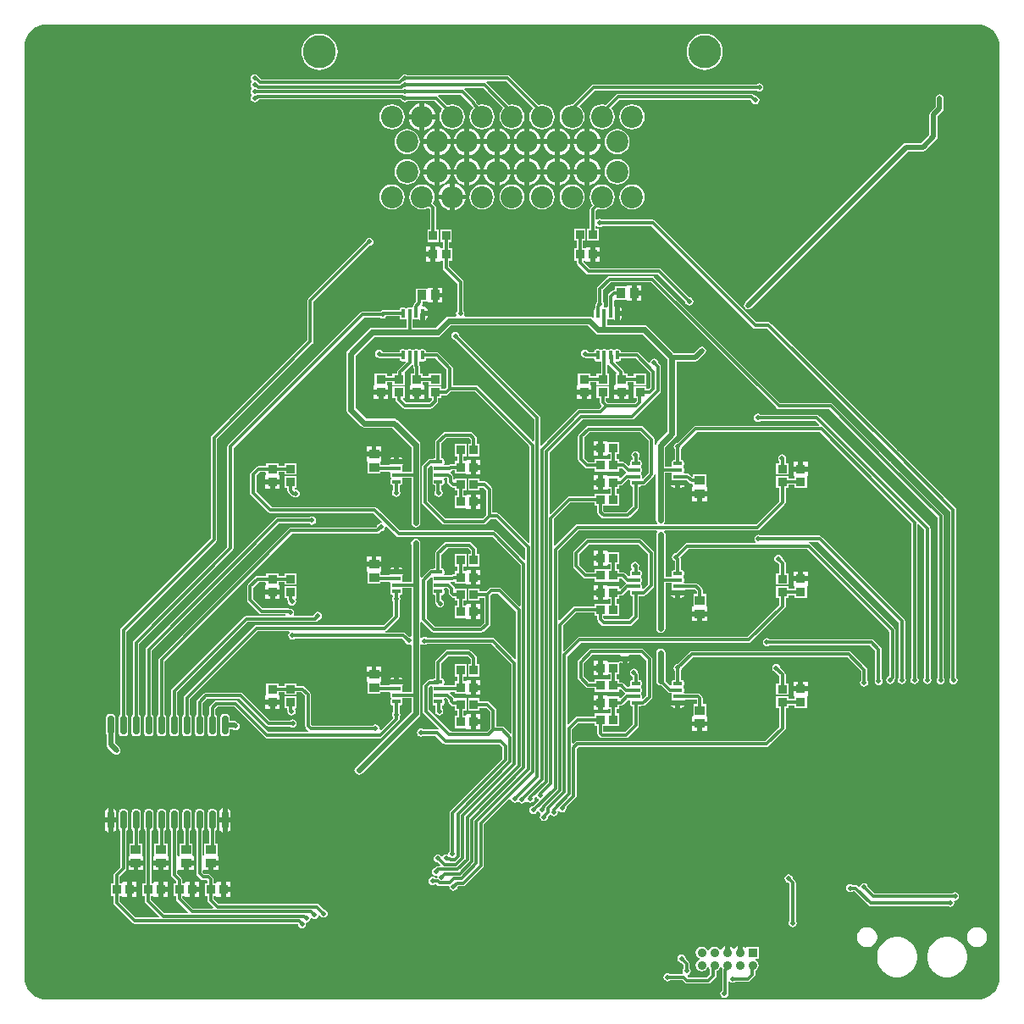
<source format=gbl>
%FSLAX23Y23*%
%MOIN*%
%SFA1B1*%

%IPPOS*%
%AMD15*
4,1,8,-0.005900,-0.037400,0.005900,-0.037400,0.011800,-0.031500,0.011800,0.031500,0.005900,0.037400,-0.005900,0.037400,-0.011800,0.031500,-0.011800,-0.031500,-0.005900,-0.037400,0.0*
1,1,0.011820,-0.005900,-0.031500*
1,1,0.011820,0.005900,-0.031500*
1,1,0.011820,0.005900,0.031500*
1,1,0.011820,-0.005900,0.031500*
%
%AMD63*
4,1,8,-0.017500,0.004100,-0.017500,-0.004100,-0.013400,-0.008300,0.013400,-0.008300,0.017500,-0.004100,0.017500,0.004100,0.013400,0.008300,-0.013400,0.008300,-0.017500,0.004100,0.0*
1,1,0.008260,-0.013400,0.004100*
1,1,0.008260,-0.013400,-0.004100*
1,1,0.008260,0.013400,-0.004100*
1,1,0.008260,0.013400,0.004100*
%
%AMD64*
4,1,8,-0.004100,-0.017500,0.004100,-0.017500,0.008300,-0.013400,0.008300,0.013400,0.004100,0.017500,-0.004100,0.017500,-0.008300,0.013400,-0.008300,-0.013400,-0.004100,-0.017500,0.0*
1,1,0.008260,-0.004100,-0.013400*
1,1,0.008260,0.004100,-0.013400*
1,1,0.008260,0.004100,0.013400*
1,1,0.008260,-0.004100,0.013400*
%
%ADD11C,0.023620*%
G04~CAMADD=15~8~0.0~0.0~236.2~748.0~59.1~0.0~15~0.0~0.0~0.0~0.0~0~0.0~0.0~0.0~0.0~0~0.0~0.0~0.0~180.0~236.0~748.0*
%ADD15D15*%
%ADD19R,0.037400X0.033470*%
%ADD20R,0.039370X0.035430*%
%ADD21R,0.035430X0.039370*%
%ADD22R,0.033470X0.037400*%
%ADD53C,0.011810*%
%ADD54C,0.019680*%
%ADD58C,0.129920*%
%ADD59C,0.086610*%
%ADD60C,0.035430*%
%ADD61R,0.035430X0.035430*%
%ADD62C,0.020000*%
G04~CAMADD=63~8~0.0~0.0~165.4~350.0~41.3~0.0~15~0.0~0.0~0.0~0.0~0~0.0~0.0~0.0~0.0~0~0.0~0.0~0.0~90.0~350.0~166.0*
%ADD63D63*%
G04~CAMADD=64~8~0.0~0.0~165.4~350.0~41.3~0.0~15~0.0~0.0~0.0~0.0~0~0.0~0.0~0.0~0.0~0~0.0~0.0~0.0~180.0~166.0~350.0*
%ADD64D64*%
%LNrev1_0-1*%
%LPD*%
G36*
X3796Y3866D02*
X3813Y3861D01*
X3828Y3853*
X3842Y3842*
X3853Y3828*
X3861Y3813*
X3866Y3796*
X3867Y3780*
X3867Y3779*
Y118*
X3867Y117*
X3866Y100*
X3861Y84*
X3853Y68*
X3842Y55*
X3828Y44*
X3813Y36*
X3796Y31*
X3780Y29*
X3779Y29*
X118*
X117Y29*
X100Y31*
X84Y36*
X68Y44*
X55Y55*
X44Y68*
X36Y84*
X31Y100*
X29Y117*
X29Y118*
Y3779*
X29Y3780*
X31Y3796*
X36Y3813*
X44Y3828*
X55Y3842*
X68Y3853*
X84Y3861*
X100Y3866*
X117Y3867*
X118Y3867*
X3779*
X3780Y3867*
X3796Y3866*
G37*
%LNrev1_0-2*%
%LPC*%
G36*
X2706Y3831D02*
X2692Y3829D01*
X2679Y3825*
X2667Y3819*
X2656Y3810*
X2647Y3799*
X2640Y3787*
X2636Y3773*
X2635Y3759*
X2636Y3745*
X2640Y3732*
X2647Y3720*
X2656Y3709*
X2667Y3700*
X2679Y3693*
X2692Y3689*
X2706Y3688*
X2720Y3689*
X2733Y3693*
X2746Y3700*
X2757Y3709*
X2765Y3720*
X2772Y3732*
X2776Y3745*
X2778Y3759*
X2776Y3773*
X2772Y3787*
X2765Y3799*
X2757Y3810*
X2746Y3819*
X2733Y3825*
X2720Y3829*
X2706Y3831*
G37*
G36*
X1190D02*
X1177Y3829D01*
X1163Y3825*
X1151Y3819*
X1140Y3810*
X1131Y3799*
X1125Y3787*
X1121Y3773*
X1119Y3759*
X1121Y3745*
X1125Y3732*
X1131Y3720*
X1140Y3709*
X1151Y3700*
X1163Y3693*
X1177Y3689*
X1190Y3688*
X1204Y3689*
X1218Y3693*
X1230Y3700*
X1241Y3709*
X1250Y3720*
X1256Y3732*
X1260Y3745*
X1262Y3759*
X1260Y3773*
X1256Y3787*
X1250Y3799*
X1241Y3810*
X1230Y3819*
X1218Y3825*
X1204Y3829*
X1190Y3831*
G37*
G36*
X1527Y3671D02*
X1520Y3670D01*
X1515Y3666*
X1511Y3661*
Y3661*
X1509Y3659*
X1500Y3651*
X962*
X951Y3662*
X950Y3663*
X947Y3666*
X942Y3670*
X936Y3671*
X930Y3670*
X924Y3666*
X921Y3661*
X920Y3655*
X921Y3649*
X924Y3643*
Y3640*
X921Y3635*
X920Y3629*
X921Y3623*
X924Y3617*
Y3614*
X921Y3609*
X920Y3603*
X921Y3597*
X924Y3591*
Y3588*
X921Y3583*
X920Y3577*
X921Y3571*
X924Y3565*
X930Y3562*
X936Y3561*
X942Y3562*
X947Y3565*
X951Y3571*
Y3571*
X952Y3572*
X1510*
X1511Y3570*
Y3570*
X1512Y3569*
X1515Y3565*
X1520Y3562*
X1527Y3561*
X1533Y3562*
X1537Y3565*
X1644*
X1674Y3535*
X1669Y3528*
X1664Y3516*
X1662Y3503*
X1664Y3491*
X1669Y3479*
X1677Y3468*
X1687Y3460*
X1699Y3455*
X1712Y3454*
X1725Y3455*
X1737Y3460*
X1747Y3468*
X1755Y3479*
X1760Y3491*
X1762Y3503*
X1760Y3516*
X1755Y3528*
X1747Y3539*
X1737Y3547*
X1725Y3551*
X1712Y3553*
X1699Y3551*
X1694Y3549*
X1658Y3585*
X1657Y3586*
X1659Y3591*
X1747*
X1784Y3554*
X1785Y3551*
X1787Y3547*
X1795Y3539*
X1795Y3539*
X1787Y3528*
X1782Y3516*
X1780Y3503*
X1782Y3491*
X1787Y3479*
X1795Y3468*
X1805Y3460*
X1817Y3455*
X1830Y3454*
X1843Y3455*
X1855Y3460*
X1865Y3468*
X1873Y3479*
X1878Y3491*
X1880Y3503*
X1878Y3516*
X1873Y3528*
X1865Y3539*
X1855Y3547*
X1843Y3551*
X1830Y3553*
X1817Y3551*
X1817Y3551*
X1808Y3561*
X1807Y3564*
X1805Y3568*
X1761Y3611*
X1760Y3612*
X1762Y3617*
X1835*
X1913Y3539*
X1905Y3528*
X1900Y3516*
X1899Y3503*
X1900Y3491*
X1905Y3479*
X1913Y3468*
X1923Y3460*
X1935Y3455*
X1948Y3454*
X1961Y3455*
X1973Y3460*
X1983Y3468*
X1991Y3479*
X1996Y3491*
X1998Y3503*
X1996Y3516*
X1991Y3528*
X1983Y3539*
X1973Y3547*
X1961Y3551*
X1948Y3553*
X1935Y3551*
X1935Y3551*
X1849Y3637*
X1848Y3638*
X1850Y3643*
X1926*
X2031Y3538*
X2023Y3528*
X2018Y3516*
X2017Y3503*
X2018Y3491*
X2023Y3479*
X2031Y3468*
X2042Y3460*
X2054Y3455*
X2066Y3454*
X2079Y3455*
X2091Y3460*
X2102Y3468*
X2110Y3479*
X2114Y3491*
X2116Y3503*
X2114Y3516*
X2110Y3528*
X2102Y3539*
X2091Y3547*
X2079Y3551*
X2066Y3553*
X2054Y3551*
X2052Y3551*
X1939Y3663*
X1935Y3666*
X1931Y3667*
X1537*
X1533Y3670*
X1527Y3671*
G37*
G36*
X2922Y3636D02*
X2916Y3634D01*
X2911Y3631*
X2269*
X2264Y3630*
X2260Y3628*
X2189Y3557*
X2187Y3553*
X2185Y3553*
X2172Y3551*
X2160Y3547*
X2149Y3539*
X2141Y3528*
X2137Y3516*
X2135Y3503*
X2137Y3491*
X2141Y3479*
X2149Y3468*
X2160Y3460*
X2172Y3455*
X2185Y3454*
X2197Y3455*
X2209Y3460*
X2220Y3468*
X2228Y3479*
X2233Y3491*
X2234Y3503*
X2233Y3516*
X2228Y3528*
X2220Y3539*
X2215Y3543*
X2214Y3548*
X2274Y3607*
X2911*
X2916Y3604*
X2922Y3603*
X2928Y3604*
X2934Y3608*
X2937Y3613*
X2938Y3619*
X2937Y3626*
X2934Y3631*
X2928Y3634*
X2922Y3636*
G37*
G36*
X2891Y3594D02*
D01*
X2366*
X2361Y3593*
X2358Y3591*
X2317Y3551*
X2316Y3551*
X2303Y3553*
X2290Y3551*
X2278Y3547*
X2267Y3539*
X2260Y3528*
X2255Y3516*
X2253Y3503*
X2255Y3491*
X2260Y3479*
X2267Y3468*
X2278Y3460*
X2290Y3455*
X2303Y3454*
X2316Y3455*
X2328Y3460*
X2338Y3468*
X2346Y3479*
X2351Y3491*
X2352Y3503*
X2351Y3516*
X2346Y3528*
X2339Y3538*
X2371Y3570*
X2886*
X2891Y3565*
X2891Y3562*
X2895Y3557*
X2900Y3553*
X2906Y3552*
X2913Y3553*
X2918Y3557*
X2921Y3562*
X2923Y3569*
X2921Y3575*
X2918Y3580*
X2913Y3584*
X2906Y3585*
X2905Y3585*
X2899Y3591*
X2895Y3593*
X2891Y3594*
G37*
G36*
X1604Y3556D02*
Y3513D01*
X1646*
X1646Y3517*
X1641Y3530*
X1632Y3541*
X1621Y3550*
X1608Y3555*
X1604Y3556*
G37*
G36*
X1584D02*
X1580Y3555D01*
X1567Y3550*
X1556Y3541*
X1547Y3530*
X1542Y3517*
X1542Y3513*
X1584*
Y3556*
G37*
G36*
X2421Y3553D02*
X2408Y3551D01*
X2396Y3547*
X2386Y3539*
X2378Y3528*
X2373Y3516*
X2371Y3503*
X2373Y3491*
X2378Y3479*
X2386Y3468*
X2396Y3460*
X2408Y3455*
X2421Y3454*
X2434Y3455*
X2446Y3460*
X2456Y3468*
X2464Y3479*
X2469Y3491*
X2470Y3503*
X2469Y3516*
X2464Y3528*
X2456Y3539*
X2446Y3547*
X2434Y3551*
X2421Y3553*
G37*
G36*
X1476D02*
X1463Y3551D01*
X1451Y3547*
X1441Y3539*
X1433Y3528*
X1428Y3516*
X1426Y3503*
X1428Y3491*
X1433Y3479*
X1441Y3468*
X1451Y3460*
X1463Y3455*
X1476Y3454*
X1489Y3455*
X1501Y3460*
X1511Y3468*
X1519Y3479*
X1524Y3491*
X1526Y3503*
X1524Y3516*
X1519Y3528*
X1511Y3539*
X1501Y3547*
X1489Y3551*
X1476Y3553*
G37*
G36*
X1646Y3494D02*
X1604D01*
Y3451*
X1608Y3452*
X1621Y3457*
X1632Y3465*
X1641Y3477*
X1646Y3490*
X1646Y3494*
G37*
G36*
X1584D02*
X1542D01*
X1542Y3490*
X1547Y3477*
X1556Y3465*
X1567Y3457*
X1580Y3452*
X1584Y3451*
Y3494*
G37*
G36*
X2017Y3457D02*
Y3415D01*
X2060*
X2059Y3419*
X2054Y3432*
X2045Y3443*
X2034Y3452*
X2021Y3457*
X2017Y3457*
G37*
G36*
X1781D02*
Y3415D01*
X1824*
X1823Y3419*
X1818Y3432*
X1809Y3443*
X1798Y3452*
X1785Y3457*
X1781Y3457*
G37*
G36*
X2253D02*
Y3415D01*
X2296*
X2296Y3419*
X2290Y3432*
X2282Y3443*
X2270Y3452*
X2258Y3457*
X2253Y3457*
G37*
G36*
X1663D02*
Y3415D01*
X1706*
X1705Y3419*
X1700Y3432*
X1691Y3443*
X1680Y3452*
X1667Y3457*
X1663Y3457*
G37*
G36*
X1899D02*
Y3415D01*
X1942*
X1941Y3419*
X1936Y3432*
X1927Y3443*
X1916Y3452*
X1903Y3457*
X1899Y3457*
G37*
G36*
X2135D02*
Y3415D01*
X2178*
X2177Y3419*
X2172Y3432*
X2164Y3443*
X2152Y3452*
X2139Y3457*
X2135Y3457*
G37*
G36*
X1879D02*
X1875Y3457D01*
X1862Y3452*
X1851Y3443*
X1843Y3432*
X1837Y3419*
X1837Y3415*
X1879*
Y3457*
G37*
G36*
X2116D02*
X2112Y3457D01*
X2099Y3452*
X2087Y3443*
X2079Y3432*
X2074Y3419*
X2073Y3415*
X2116*
Y3457*
G37*
G36*
X1761D02*
X1757Y3457D01*
X1744Y3452*
X1733Y3443*
X1725Y3432*
X1719Y3419*
X1719Y3415*
X1761*
Y3457*
G37*
G36*
X2234D02*
X2230Y3457D01*
X2217Y3452*
X2206Y3443*
X2197Y3432*
X2192Y3419*
X2191Y3415*
X2234*
Y3457*
G37*
G36*
X1643D02*
X1639Y3457D01*
X1626Y3452*
X1615Y3443*
X1606Y3432*
X1601Y3419*
X1601Y3415*
X1643*
Y3457*
G37*
G36*
X1998D02*
X1993Y3457D01*
X1980Y3452*
X1969Y3443*
X1961Y3432*
X1955Y3419*
X1955Y3415*
X1998*
Y3457*
G37*
G36*
X2362Y3455D02*
X2349Y3453D01*
X2337Y3448*
X2327Y3440*
X2319Y3430*
X2314Y3418*
X2312Y3405*
X2314Y3392*
X2319Y3380*
X2327Y3370*
X2337Y3362*
X2349Y3357*
X2362Y3355*
X2375Y3357*
X2387Y3362*
X2397Y3370*
X2405Y3380*
X2410Y3392*
X2411Y3405*
X2410Y3418*
X2405Y3430*
X2397Y3440*
X2387Y3448*
X2375Y3453*
X2362Y3455*
G37*
G36*
X1535D02*
X1522Y3453D01*
X1510Y3448*
X1500Y3440*
X1492Y3430*
X1487Y3418*
X1485Y3405*
X1487Y3392*
X1492Y3380*
X1500Y3370*
X1510Y3362*
X1522Y3357*
X1535Y3355*
X1548Y3357*
X1560Y3362*
X1570Y3370*
X1578Y3380*
X1583Y3392*
X1585Y3405*
X1583Y3418*
X1578Y3430*
X1570Y3440*
X1560Y3448*
X1548Y3453*
X1535Y3455*
G37*
G36*
X2060Y3395D02*
X2017D01*
Y3353*
X2021Y3353*
X2034Y3358*
X2045Y3367*
X2054Y3378*
X2059Y3391*
X2060Y3395*
G37*
G36*
X2116D02*
X2073D01*
X2074Y3391*
X2079Y3378*
X2087Y3367*
X2099Y3358*
X2112Y3353*
X2116Y3353*
Y3395*
G37*
G36*
X1879D02*
X1837D01*
X1837Y3391*
X1843Y3378*
X1851Y3367*
X1862Y3358*
X1875Y3353*
X1879Y3353*
Y3395*
G37*
G36*
X2296D02*
X2253D01*
Y3353*
X2258Y3353*
X2270Y3358*
X2282Y3367*
X2290Y3378*
X2296Y3391*
X2296Y3395*
G37*
G36*
X1824D02*
X1781D01*
Y3353*
X1785Y3353*
X1798Y3358*
X1809Y3367*
X1818Y3378*
X1823Y3391*
X1824Y3395*
G37*
G36*
X1706D02*
X1663D01*
Y3353*
X1667Y3353*
X1680Y3358*
X1691Y3367*
X1700Y3378*
X1705Y3391*
X1706Y3395*
G37*
G36*
X2234D02*
X2191D01*
X2192Y3391*
X2197Y3378*
X2206Y3367*
X2217Y3358*
X2230Y3353*
X2234Y3353*
Y3395*
G37*
G36*
X1761D02*
X1719D01*
X1719Y3391*
X1725Y3378*
X1733Y3367*
X1744Y3358*
X1757Y3353*
X1761Y3353*
Y3395*
G37*
G36*
X1643D02*
X1601D01*
X1601Y3391*
X1606Y3378*
X1615Y3367*
X1626Y3358*
X1639Y3353*
X1643Y3353*
Y3395*
G37*
G36*
X2178D02*
X2135D01*
Y3353*
X2139Y3353*
X2152Y3358*
X2164Y3367*
X2172Y3378*
X2177Y3391*
X2178Y3395*
G37*
G36*
X1942D02*
X1899D01*
Y3353*
X1903Y3353*
X1916Y3358*
X1927Y3367*
X1936Y3378*
X1941Y3391*
X1942Y3395*
G37*
G36*
X1998D02*
X1955D01*
X1955Y3391*
X1961Y3378*
X1969Y3367*
X1980Y3358*
X1993Y3353*
X1998Y3353*
Y3395*
G37*
G36*
X2017Y3339D02*
Y3297D01*
X2060*
X2059Y3301*
X2054Y3314*
X2045Y3325*
X2034Y3333*
X2021Y3339*
X2017Y3339*
G37*
G36*
X1781D02*
Y3297D01*
X1824*
X1823Y3301*
X1818Y3314*
X1809Y3325*
X1798Y3333*
X1785Y3339*
X1781Y3339*
G37*
G36*
X2253D02*
Y3297D01*
X2296*
X2296Y3301*
X2290Y3314*
X2282Y3325*
X2270Y3333*
X2258Y3339*
X2253Y3339*
G37*
G36*
X1663D02*
Y3297D01*
X1706*
X1705Y3301*
X1700Y3314*
X1691Y3325*
X1680Y3333*
X1667Y3339*
X1663Y3339*
G37*
G36*
X1899D02*
Y3297D01*
X1942*
X1941Y3301*
X1936Y3314*
X1927Y3325*
X1916Y3333*
X1903Y3339*
X1899Y3339*
G37*
G36*
X2135D02*
Y3297D01*
X2178*
X2177Y3301*
X2172Y3314*
X2164Y3325*
X2152Y3333*
X2139Y3339*
X2135Y3339*
G37*
G36*
X1879D02*
X1875Y3339D01*
X1862Y3333*
X1851Y3325*
X1843Y3314*
X1837Y3301*
X1837Y3297*
X1879*
Y3339*
G37*
G36*
X2116D02*
X2112Y3339D01*
X2099Y3333*
X2087Y3325*
X2079Y3314*
X2074Y3301*
X2073Y3297*
X2116*
Y3339*
G37*
G36*
X1761D02*
X1757Y3339D01*
X1744Y3333*
X1733Y3325*
X1725Y3314*
X1719Y3301*
X1719Y3297*
X1761*
Y3339*
G37*
G36*
X2234D02*
X2230Y3339D01*
X2217Y3333*
X2206Y3325*
X2197Y3314*
X2192Y3301*
X2191Y3297*
X2234*
Y3339*
G37*
G36*
X1643D02*
X1639Y3339D01*
X1626Y3333*
X1615Y3325*
X1606Y3314*
X1601Y3301*
X1601Y3297*
X1643*
Y3339*
G37*
G36*
X1998D02*
X1993Y3339D01*
X1980Y3333*
X1969Y3325*
X1961Y3314*
X1955Y3301*
X1955Y3297*
X1998*
Y3339*
G37*
G36*
X2362Y3337D02*
X2349Y3335D01*
X2337Y3330*
X2327Y3322*
X2319Y3312*
X2314Y3300*
X2312Y3287*
X2314Y3274*
X2319Y3262*
X2327Y3252*
X2337Y3244*
X2349Y3239*
X2362Y3237*
X2375Y3239*
X2387Y3244*
X2397Y3252*
X2405Y3262*
X2410Y3274*
X2411Y3287*
X2410Y3300*
X2405Y3312*
X2397Y3322*
X2387Y3330*
X2375Y3335*
X2362Y3337*
G37*
G36*
X1535D02*
X1522Y3335D01*
X1510Y3330*
X1500Y3322*
X1492Y3312*
X1487Y3300*
X1485Y3287*
X1487Y3274*
X1492Y3262*
X1500Y3252*
X1510Y3244*
X1522Y3239*
X1535Y3237*
X1548Y3239*
X1560Y3244*
X1570Y3252*
X1578Y3262*
X1583Y3274*
X1585Y3287*
X1583Y3300*
X1578Y3312*
X1570Y3322*
X1560Y3330*
X1548Y3335*
X1535Y3337*
G37*
G36*
X2060Y3277D02*
X2017D01*
Y3234*
X2021Y3235*
X2034Y3240*
X2045Y3249*
X2054Y3260*
X2059Y3273*
X2060Y3277*
G37*
G36*
X2116D02*
X2073D01*
X2074Y3273*
X2079Y3260*
X2087Y3249*
X2099Y3240*
X2112Y3235*
X2116Y3234*
Y3277*
G37*
G36*
X1879D02*
X1837D01*
X1837Y3273*
X1843Y3260*
X1851Y3249*
X1862Y3240*
X1875Y3235*
X1879Y3234*
Y3277*
G37*
G36*
X2296D02*
X2253D01*
Y3234*
X2258Y3235*
X2270Y3240*
X2282Y3249*
X2290Y3260*
X2296Y3273*
X2296Y3277*
G37*
G36*
X1824D02*
X1781D01*
Y3234*
X1785Y3235*
X1798Y3240*
X1809Y3249*
X1818Y3260*
X1823Y3273*
X1824Y3277*
G37*
G36*
X1706D02*
X1663D01*
Y3234*
X1667Y3235*
X1680Y3240*
X1691Y3249*
X1700Y3260*
X1705Y3273*
X1706Y3277*
G37*
G36*
X2234D02*
X2191D01*
X2192Y3273*
X2197Y3260*
X2206Y3249*
X2217Y3240*
X2230Y3235*
X2234Y3234*
Y3277*
G37*
G36*
X1761D02*
X1719D01*
X1719Y3273*
X1725Y3260*
X1733Y3249*
X1744Y3240*
X1757Y3235*
X1761Y3234*
Y3277*
G37*
G36*
X1643D02*
X1601D01*
X1601Y3273*
X1606Y3260*
X1615Y3249*
X1626Y3240*
X1639Y3235*
X1643Y3234*
Y3277*
G37*
G36*
X2178D02*
X2135D01*
Y3234*
X2139Y3235*
X2152Y3240*
X2164Y3249*
X2172Y3260*
X2177Y3273*
X2178Y3277*
G37*
G36*
X1942D02*
X1899D01*
Y3234*
X1903Y3235*
X1916Y3240*
X1927Y3249*
X1936Y3260*
X1941Y3273*
X1942Y3277*
G37*
G36*
X1998D02*
X1955D01*
X1955Y3273*
X1961Y3260*
X1969Y3249*
X1980Y3240*
X1993Y3235*
X1998Y3234*
Y3277*
G37*
G36*
X1722Y3241D02*
Y3198D01*
X1765*
X1764Y3202*
X1759Y3215*
X1750Y3226*
X1739Y3235*
X1726Y3240*
X1722Y3241*
G37*
G36*
X1702D02*
X1698Y3240D01*
X1685Y3235*
X1674Y3226*
X1666Y3215*
X1660Y3202*
X1660Y3198*
X1702*
Y3241*
G37*
G36*
X2421Y3238D02*
X2408Y3237D01*
X2396Y3232*
X2386Y3224*
X2378Y3213*
X2373Y3201*
X2371Y3188*
X2373Y3176*
X2378Y3164*
X2386Y3153*
X2396Y3145*
X2408Y3140*
X2421Y3139*
X2434Y3140*
X2446Y3145*
X2456Y3153*
X2464Y3164*
X2469Y3176*
X2470Y3188*
X2469Y3201*
X2464Y3213*
X2456Y3224*
X2446Y3232*
X2434Y3237*
X2421Y3238*
G37*
G36*
X2303D02*
X2290Y3237D01*
X2278Y3232*
X2267Y3224*
X2260Y3213*
X2255Y3201*
X2253Y3188*
X2255Y3176*
X2260Y3164*
X2266Y3156*
X2257Y3147*
X2255Y3144*
X2254Y3139*
Y3064*
X2243*
Y3015*
X2289*
Y3064*
X2278*
Y3072*
X2279Y3072*
X2283Y3074*
X2287Y3071*
X2293Y3070*
X2299Y3071*
X2304Y3074*
X2497*
X2897Y2674*
X2901Y2671*
X2906Y2671*
X2952*
X3446Y2176*
X3672Y1951*
Y1294*
X3670Y1292*
X3669Y1286*
X3670Y1280*
X3674Y1275*
X3679Y1271*
X3685Y1270*
X3692Y1271*
X3697Y1275*
X3701Y1280*
X3702Y1286*
X3701Y1292*
X3697Y1298*
X3696Y1299*
Y1956*
X3695Y1961*
X3692Y1965*
X3466Y2191*
X3464Y2193*
X3462Y2195*
X2966Y2691*
X2962Y2694*
X2957Y2695*
X2911*
X2511Y3095*
X2507Y3098*
X2502Y3099*
X2304*
X2299Y3101*
X2293Y3103*
X2287Y3101*
X2283Y3099*
X2279Y3101*
X2278Y3101*
Y3134*
X2286Y3142*
X2290Y3140*
X2303Y3139*
X2316Y3140*
X2328Y3145*
X2338Y3153*
X2346Y3164*
X2351Y3176*
X2352Y3188*
X2351Y3201*
X2346Y3213*
X2338Y3224*
X2328Y3232*
X2316Y3237*
X2303Y3238*
G37*
G36*
X2185D02*
X2172Y3237D01*
X2160Y3232*
X2149Y3224*
X2141Y3213*
X2137Y3201*
X2135Y3188*
X2137Y3176*
X2141Y3164*
X2149Y3153*
X2160Y3145*
X2172Y3140*
X2185Y3139*
X2197Y3140*
X2209Y3145*
X2220Y3153*
X2228Y3164*
X2233Y3176*
X2234Y3188*
X2233Y3201*
X2228Y3213*
X2220Y3224*
X2209Y3232*
X2197Y3237*
X2185Y3238*
G37*
G36*
X2066D02*
X2054Y3237D01*
X2042Y3232*
X2031Y3224*
X2023Y3213*
X2018Y3201*
X2017Y3188*
X2018Y3176*
X2023Y3164*
X2031Y3153*
X2042Y3145*
X2054Y3140*
X2066Y3139*
X2079Y3140*
X2091Y3145*
X2102Y3153*
X2110Y3164*
X2114Y3176*
X2116Y3188*
X2114Y3201*
X2110Y3213*
X2102Y3224*
X2091Y3232*
X2079Y3237*
X2066Y3238*
G37*
G36*
X1948D02*
X1935Y3237D01*
X1923Y3232*
X1913Y3224*
X1905Y3213*
X1900Y3201*
X1899Y3188*
X1900Y3176*
X1905Y3164*
X1913Y3153*
X1923Y3145*
X1935Y3140*
X1948Y3139*
X1961Y3140*
X1973Y3145*
X1983Y3153*
X1991Y3164*
X1996Y3176*
X1998Y3188*
X1996Y3201*
X1991Y3213*
X1983Y3224*
X1973Y3232*
X1961Y3237*
X1948Y3238*
G37*
G36*
X1830D02*
X1817Y3237D01*
X1805Y3232*
X1795Y3224*
X1787Y3213*
X1782Y3201*
X1780Y3188*
X1782Y3176*
X1787Y3164*
X1795Y3153*
X1805Y3145*
X1817Y3140*
X1830Y3139*
X1843Y3140*
X1855Y3145*
X1865Y3153*
X1873Y3164*
X1878Y3176*
X1880Y3188*
X1878Y3201*
X1873Y3213*
X1865Y3224*
X1855Y3232*
X1843Y3237*
X1830Y3238*
G37*
G36*
X1476D02*
X1463Y3237D01*
X1451Y3232*
X1441Y3224*
X1433Y3213*
X1428Y3201*
X1426Y3188*
X1428Y3176*
X1433Y3164*
X1441Y3153*
X1451Y3145*
X1463Y3140*
X1476Y3139*
X1489Y3140*
X1501Y3145*
X1511Y3153*
X1519Y3164*
X1524Y3176*
X1526Y3188*
X1524Y3201*
X1519Y3213*
X1511Y3224*
X1501Y3232*
X1489Y3237*
X1476Y3238*
G37*
G36*
X1765Y3179D02*
X1722D01*
Y3136*
X1726Y3137*
X1739Y3142*
X1750Y3150*
X1759Y3162*
X1764Y3175*
X1765Y3179*
G37*
G36*
X1702D02*
X1660D01*
X1660Y3175*
X1666Y3162*
X1674Y3150*
X1685Y3142*
X1698Y3137*
X1702Y3136*
Y3179*
G37*
G36*
X1594Y3238D02*
X1581Y3237D01*
X1569Y3232*
X1559Y3224*
X1551Y3213*
X1546Y3201*
X1544Y3188*
X1546Y3176*
X1551Y3164*
X1559Y3153*
X1569Y3145*
X1581Y3140*
X1594Y3139*
X1607Y3140*
X1619Y3145*
X1619Y3146*
X1625Y3140*
Y3060*
X1615*
Y3011*
X1660*
Y3060*
X1650*
Y3145*
X1649Y3150*
X1646Y3154*
X1637Y3163*
X1637Y3164*
X1642Y3176*
X1644Y3188*
X1642Y3201*
X1637Y3213*
X1629Y3224*
X1619Y3232*
X1607Y3237*
X1594Y3238*
G37*
G36*
X1711Y3060D02*
X1666D01*
Y3011*
X1677*
Y2991*
X1673Y2988*
X1667*
X1664Y2992*
X1664*
X1648*
Y2963*
X1638*
X1648*
Y2934*
X1664*
X1664*
X1667Y2938*
X1669*
X1677*
Y2909*
X1678Y2904*
X1680Y2900*
X1733Y2848*
Y2741*
X1730Y2737*
X1728Y2730*
X1730Y2724*
X1730Y2723*
X1728Y2718*
X1701*
X1694Y2717*
X1688Y2713*
X1648Y2673*
X1557*
Y2705*
X1562Y2708*
X1563Y2708*
X1567Y2707*
X1575*
X1579Y2708*
X1582Y2707*
X1582Y2707*
X1586Y2704*
Y2731*
X1596*
Y2741*
X1615*
Y2744*
X1614Y2750*
X1611Y2754*
X1606Y2757*
X1600Y2758*
X1595*
X1593Y2762*
X1593Y2763*
X1595Y2767*
X1596Y2772*
Y2776*
X1616*
X1618Y2772*
X1619*
X1636*
Y2802*
Y2831*
X1619*
X1618*
X1616Y2827*
X1613*
X1569*
Y2776*
X1567Y2772*
X1562Y2767*
X1559Y2763*
X1559Y2758*
Y2756*
X1554Y2753*
X1553Y2754*
X1549Y2754*
X1541*
X1537Y2754*
X1534Y2751*
X1531*
X1528Y2754*
X1524Y2754*
X1515*
X1511Y2754*
X1508Y2751*
X1506Y2748*
X1505Y2744*
Y2743*
X1447*
X1442Y2742*
X1442Y2742*
X1440Y2742*
X1433Y2741*
X1429Y2738*
X1361*
X1356Y2737*
X1352Y2734*
X831Y2213*
X829Y2209*
X828Y2205*
Y1810*
X460Y1443*
X457Y1439*
X457Y1434*
Y1151*
X454Y1149*
X452Y1145*
X451Y1141*
Y1078*
X452Y1073*
X454Y1069*
X458Y1066*
X463Y1065*
X475*
X479Y1066*
X483Y1069*
X486Y1073*
X487Y1078*
Y1141*
X486Y1145*
X483Y1149*
X481Y1151*
Y1429*
X848Y1796*
X851Y1800*
X852Y1805*
Y2200*
X1366Y2714*
X1429*
X1433Y2711*
X1440Y2710*
X1446Y2711*
X1451Y2714*
X1454Y2719*
X1505*
Y2717*
X1506Y2713*
X1508Y2710*
X1511Y2708*
X1515Y2707*
X1524*
X1528Y2708*
X1528Y2708*
X1533Y2705*
Y2673*
X1397*
X1390Y2672*
X1384Y2668*
X1301Y2584*
X1297Y2578*
X1296Y2571*
Y2351*
X1297Y2345*
X1301Y2339*
X1354Y2286*
X1360Y2282*
X1367Y2280*
X1476*
X1552Y2204*
Y2106*
X1518*
X1515Y2111*
X1515Y2111*
X1516Y2115*
Y2124*
X1515Y2128*
X1516Y2131*
X1516Y2131*
X1519Y2135*
X1492*
X1465*
X1463Y2132*
X1430*
Y2147*
X1434Y2149*
Y2150*
Y2167*
X1405*
X1375*
Y2150*
Y2149*
X1379Y2147*
Y2144*
Y2100*
X1430*
Y2107*
X1467*
X1470Y2102*
X1470Y2102*
X1469Y2098*
Y2090*
X1470Y2086*
X1472Y2082*
Y2080*
X1470Y2076*
X1469Y2072*
Y2064*
X1470Y2060*
X1472Y2057*
X1475Y2055*
X1479Y2054*
X1480*
Y2035*
X1478Y2031*
X1476Y2024*
X1478Y2018*
X1481Y2013*
X1486Y2009*
X1493Y2008*
X1499Y2009*
X1504Y2013*
X1508Y2018*
X1509Y2024*
X1508Y2031*
X1505Y2035*
Y2054*
X1506*
X1510Y2055*
X1513Y2057*
X1515Y2060*
X1516Y2064*
Y2072*
X1515Y2076*
X1515Y2077*
X1518Y2082*
X1552*
Y1906*
X1553Y1899*
X1557Y1893*
X1563Y1889*
X1570Y1887*
X1577Y1889*
X1583Y1893*
X1587Y1899*
X1588Y1906*
Y2093*
Y2212*
X1587Y2219*
X1583Y2225*
X1496Y2311*
X1491Y2315*
X1484Y2317*
X1374*
X1332Y2359*
Y2564*
X1405Y2637*
X1656*
X1663Y2638*
X1668Y2642*
X1708Y2682*
X2246*
X2275Y2652*
X2281Y2648*
X2288Y2647*
X2463*
X2560Y2550*
Y2265*
X2519Y2224*
X2515Y2218*
X2514Y2212*
X2509Y2212*
Y2234*
X2508Y2239*
X2506Y2242*
X2465Y2283*
X2461Y2286*
X2457Y2286*
X2249*
X2244Y2286*
X2240Y2283*
X2211Y2254*
X2209Y2250*
X2208Y2246*
Y2156*
X2209Y2151*
X2211Y2147*
X2235Y2123*
X2239Y2121*
X2244Y2120*
X2273*
Y2107*
X2319*
Y2157*
X2273*
Y2144*
X2249*
X2232Y2161*
Y2241*
X2254Y2262*
X2452*
X2485Y2229*
Y2102*
X2463Y2080*
X2459Y2083*
X2459Y2084*
Y2093*
X2458Y2096*
X2457Y2098*
X2456Y2101*
X2457Y2105*
X2458Y2106*
X2459Y2110*
Y2118*
X2458Y2122*
X2456Y2125*
Y2128*
X2458Y2131*
X2459Y2135*
Y2144*
X2458Y2148*
X2456Y2151*
X2453Y2153*
X2449Y2154*
X2447*
Y2163*
X2449Y2166*
X2450Y2172*
X2449Y2178*
X2446Y2184*
X2440Y2187*
X2434Y2188*
X2428Y2187*
X2422Y2184*
X2419Y2178*
X2418Y2172*
X2419Y2166*
X2422Y2161*
X2423Y2160*
Y2154*
X2422*
X2418Y2153*
X2415Y2151*
X2412Y2148*
X2412Y2144*
Y2135*
Y2135*
X2408Y2130*
X2406Y2130*
X2394Y2141*
X2391Y2144*
X2386Y2145*
X2370*
Y2157*
X2359*
Y2175*
X2370*
Y2224*
X2325*
X2323Y2228*
X2322*
X2306*
Y2199*
Y2171*
X2322*
X2323*
X2325Y2175*
X2328*
X2335*
Y2157*
X2324*
Y2107*
X2370*
Y2120*
X2381*
X2396Y2105*
X2396Y2105*
X2395Y2100*
X2394Y2100*
X2390Y2097*
X2375Y2081*
X2370Y2083*
Y2089*
X2325*
X2323Y2093*
X2322*
X2306*
Y2064*
Y2036*
X2322*
X2323*
X2325Y2040*
X2328*
X2335*
Y2021*
X2324*
Y1972*
X2370*
Y2021*
X2359*
Y2040*
X2370*
Y2052*
X2375*
Y2052*
X2379Y2053*
X2383Y2056*
X2404Y2076*
X2410*
X2413Y2071*
X2412Y2071*
X2412Y2067*
Y2059*
X2412Y2055*
X2415Y2051*
X2418Y2049*
X2422Y2048*
X2423*
Y1972*
X2399Y1947*
X2314*
X2308Y1953*
Y1972*
X2319*
Y2021*
X2273*
Y2009*
X2173*
X2168Y2008*
X2165Y2005*
X2100Y1941*
X2095Y1942*
Y2181*
X2225Y2312*
X2420*
X2425Y2313*
X2429Y2315*
X2531Y2417*
X2533Y2421*
X2534Y2426*
Y2426*
Y2521*
X2533Y2526*
X2531Y2530*
X2524Y2536*
X2523Y2542*
X2520Y2547*
X2515Y2550*
X2508Y2552*
X2502Y2550*
X2497Y2547*
X2493Y2542*
X2492Y2537*
X2487Y2535*
X2449Y2574*
X2445Y2576*
X2441Y2577*
X2441*
X2377*
Y2578*
X2376Y2582*
X2374Y2586*
X2370Y2588*
X2366Y2589*
X2358*
X2354Y2588*
X2351Y2586*
X2348*
X2345Y2588*
X2341Y2589*
X2333*
X2329Y2588*
X2328Y2587*
X2324Y2586*
X2320Y2587*
X2319Y2588*
X2315Y2589*
X2307*
X2303Y2588*
X2300Y2586*
X2297*
X2294Y2588*
X2290Y2589*
X2281*
X2277Y2588*
X2274Y2586*
X2272Y2582*
X2271Y2578*
Y2577*
X2251*
X2250Y2578*
X2247Y2583*
X2242Y2586*
X2235Y2588*
X2229Y2586*
X2224Y2583*
X2220Y2578*
X2219Y2571*
X2220Y2565*
X2224Y2560*
X2229Y2556*
X2235Y2555*
X2237Y2554*
X2242Y2553*
X2271*
Y2552*
X2272Y2548*
X2274Y2544*
X2277Y2542*
X2281Y2541*
X2290*
X2294Y2542*
X2294Y2542*
X2299Y2540*
Y2494*
X2281*
Y2483*
X2257*
Y2494*
X2208*
Y2449*
X2204Y2447*
Y2446*
Y2430*
X2261*
Y2446*
Y2447*
X2257Y2449*
Y2452*
Y2459*
X2281*
Y2448*
X2331*
Y2494*
X2323*
Y2527*
X2324Y2528*
X2330Y2527*
X2359Y2498*
X2358Y2494*
X2355*
Y2449*
X2351Y2447*
Y2446*
Y2430*
X2408*
Y2446*
Y2447*
X2404Y2449*
Y2452*
Y2459*
X2428*
Y2448*
X2478*
Y2494*
X2428*
Y2483*
X2404*
Y2494*
X2389*
Y2499*
X2388Y2503*
X2385Y2507*
X2355Y2537*
X2358Y2541*
X2358Y2541*
X2366*
X2370Y2542*
X2374Y2544*
X2376Y2548*
X2377Y2552*
Y2553*
X2436*
X2492Y2496*
Y2439*
X2485Y2432*
X2478*
Y2443*
X2428*
Y2397*
X2439*
Y2385*
X2432Y2378*
X2325*
X2318Y2385*
Y2397*
X2331*
Y2443*
X2281*
Y2397*
X2294*
Y2380*
X2295Y2376*
X2297Y2372*
X2301Y2369*
Y2364*
X2291Y2354*
X2213*
X2208Y2353*
X2204Y2350*
X2064Y2210*
X2060Y2212*
Y2319*
X2059Y2324*
X2056Y2328*
X1741Y2642*
X1740Y2648*
X1737Y2653*
X1731Y2657*
X1725Y2658*
X1719Y2657*
X1714Y2653*
X1710Y2648*
X1709Y2641*
X1710Y2635*
X1714Y2630*
X1719Y2626*
X1724Y2625*
X2035Y2314*
Y2229*
X2031Y2227*
X1816Y2442*
X1812Y2445*
X1807Y2446*
X1715*
Y2514*
X1714Y2519*
X1711Y2523*
X1660Y2574*
X1656Y2576*
X1652Y2577*
X1611*
Y2578*
X1610Y2582*
X1608Y2586*
X1604Y2588*
X1600Y2589*
X1592*
X1588Y2588*
X1585Y2586*
X1582*
X1579Y2588*
X1575Y2589*
X1567*
X1563Y2588*
X1562Y2587*
X1558Y2586*
X1554Y2587*
X1553Y2588*
X1549Y2589*
X1541*
X1537Y2588*
X1534Y2586*
X1531*
X1528Y2588*
X1524Y2589*
X1515*
X1511Y2588*
X1508Y2586*
X1506Y2582*
X1505Y2578*
Y2577*
X1440*
X1437Y2582*
X1432Y2585*
X1425Y2586*
X1419Y2585*
X1414Y2582*
X1410Y2576*
X1409Y2570*
X1410Y2564*
X1414Y2558*
X1419Y2555*
X1425Y2554*
X1426Y2554*
X1426Y2554*
X1430Y2553*
X1505*
Y2552*
X1506Y2548*
X1508Y2544*
X1511Y2542*
X1515Y2541*
X1524*
X1527Y2542*
X1528Y2542*
X1529Y2537*
X1499Y2507*
X1497Y2503*
X1496Y2499*
Y2494*
X1478*
Y2483*
X1456*
Y2494*
X1407*
Y2449*
X1403Y2447*
Y2446*
Y2430*
X1460*
Y2446*
Y2447*
X1456Y2449*
Y2452*
Y2459*
X1478*
Y2448*
X1527*
Y2494*
X1527*
X1525Y2498*
X1554Y2527*
X1554Y2527*
X1559Y2525*
Y2523*
X1559Y2518*
X1562Y2514*
X1562Y2514*
Y2494*
X1549*
Y2449*
X1545Y2447*
Y2446*
Y2430*
X1602*
Y2446*
Y2447*
X1598Y2449*
Y2452*
Y2459*
X1620*
Y2448*
X1669*
Y2494*
X1620*
Y2483*
X1598*
Y2494*
X1586*
Y2519*
X1586Y2524*
X1583Y2528*
X1583Y2528*
Y2540*
X1588Y2542*
X1588Y2542*
X1592Y2541*
X1600*
X1604Y2542*
X1608Y2544*
X1610Y2548*
X1611Y2552*
Y2553*
X1647*
X1690Y2509*
Y2439*
X1684Y2432*
X1669*
Y2443*
X1620*
Y2397*
X1632*
Y2389*
X1622Y2379*
X1532*
X1519Y2392*
X1521Y2397*
X1527*
Y2443*
X1478*
Y2397*
X1491*
Y2391*
Y2391*
X1491Y2387*
X1494Y2383*
X1519Y2358*
X1519*
X1523Y2355*
X1527Y2354*
X1627*
X1631Y2355*
X1635Y2358*
X1653Y2376*
X1656Y2380*
X1657Y2384*
Y2397*
X1669*
Y2408*
X1689*
X1693Y2409*
X1697Y2411*
X1708Y2422*
X1802*
X2017Y2206*
Y1829*
X2013Y1827*
X1898Y1941*
X1894Y1944*
X1889Y1945*
X1871*
Y2038*
X1870Y2042*
X1868Y2046*
X1849Y2065*
X1845Y2068*
X1840Y2069*
X1820*
Y2081*
X1775*
Y2032*
X1820*
Y2044*
X1835*
X1847Y2033*
Y1938*
X1832Y1924*
X1687*
X1618Y1993*
Y2120*
X1629Y2131*
X1631Y2130*
X1632Y2130*
X1635Y2125*
X1635Y2124*
Y2115*
X1635Y2111*
X1636Y2110*
X1637Y2107*
X1636Y2103*
X1635Y2102*
X1635Y2098*
Y2090*
X1635Y2086*
X1638Y2082*
Y2080*
X1635Y2076*
X1635Y2072*
Y2064*
X1635Y2060*
X1638Y2057*
X1641Y2055*
X1645Y2054*
X1646*
Y2034*
X1644Y2031*
X1642Y2024*
X1644Y2018*
X1647Y2013*
X1652Y2009*
X1659Y2008*
X1665Y2009*
X1670Y2013*
X1674Y2018*
X1675Y2024*
X1674Y2031*
X1670Y2036*
Y2054*
X1672*
X1676Y2055*
X1679Y2057*
X1681Y2060*
X1682Y2064*
Y2072*
X1681Y2076*
X1681Y2077*
X1684Y2082*
X1692*
X1693Y2080*
Y2068*
X1694Y2063*
X1697Y2059*
X1708Y2048*
X1712Y2045*
X1717Y2044*
X1724*
Y2032*
X1734*
Y2014*
X1724*
Y1964*
X1768*
X1771Y1960*
X1771*
X1788*
Y1989*
Y2018*
X1771*
X1771*
X1768Y2014*
X1766*
X1758*
Y2032*
X1769*
Y2081*
X1724*
Y2079*
X1719Y2076*
X1718Y2077*
Y2085*
X1717Y2090*
X1714Y2094*
X1705Y2102*
X1705Y2102*
X1706Y2108*
X1708Y2108*
X1712Y2111*
X1713Y2112*
X1724*
Y2099*
X1768*
X1771Y2095*
X1771*
X1788*
Y2124*
Y2153*
X1771*
X1771*
X1768Y2149*
X1766*
X1758*
Y2167*
X1769*
Y2216*
X1724*
Y2167*
X1734*
Y2149*
X1724*
Y2136*
X1708*
X1704Y2135*
X1700Y2133*
X1699Y2132*
X1684*
X1681Y2137*
X1681Y2137*
X1682Y2141*
Y2149*
X1681Y2153*
X1679Y2156*
X1676Y2159*
X1672Y2159*
X1670*
Y2219*
X1690Y2239*
X1780*
X1785Y2233*
Y2216*
X1775*
Y2167*
X1820*
Y2216*
X1810*
Y2238*
X1809Y2243*
X1806Y2247*
X1793Y2260*
X1789Y2262*
X1785Y2263*
X1685*
X1681Y2262*
X1677Y2260*
X1677*
X1650Y2233*
X1647Y2229*
X1646Y2224*
Y2159*
X1645*
X1641Y2159*
X1639Y2157*
X1626*
X1621Y2156*
X1617Y2154*
X1597Y2133*
X1594Y2130*
X1593Y2125*
Y1988*
X1594Y1983*
X1597Y1979*
X1673Y1903*
X1677Y1900*
X1682Y1899*
X1837*
X1842Y1900*
X1846Y1903*
X1864Y1921*
X1884*
X2000Y1805*
Y1762*
X1995Y1760*
X1884Y1871*
X1880Y1874*
X1875Y1875*
X1507*
X1417Y1964*
X1413Y1967*
X1408Y1968*
X1002*
X942Y2029*
Y2090*
X956Y2105*
X977*
X980Y2101*
Y2095*
X976Y2092*
Y2092*
Y2076*
X1034*
Y2092*
Y2092*
X1030Y2095*
Y2097*
Y2105*
X1052*
Y2095*
X1101*
Y2140*
X1052*
Y2129*
X1030*
Y2140*
X980*
Y2129*
X951*
X946Y2128*
X942Y2125*
X921Y2104*
X918Y2100*
X917Y2095*
Y2024*
X918Y2019*
X921Y2015*
X989Y1947*
X993Y1945*
X997Y1944*
X1403*
X1437Y1910*
X1435Y1905*
X1433Y1906*
X1427Y1904*
X1422Y1901*
X1418Y1896*
X1417Y1890*
X1413Y1887*
X1078*
X1073Y1886*
X1069Y1883*
X560Y1374*
X557Y1370*
X557Y1365*
Y1151*
X554Y1149*
X552Y1145*
X551Y1141*
Y1078*
X552Y1073*
X554Y1069*
X558Y1066*
X563Y1065*
X575*
X579Y1066*
X583Y1069*
X586Y1073*
X587Y1078*
Y1141*
X586Y1145*
X583Y1149*
X581Y1151*
Y1360*
X1083Y1862*
X1418*
X1423Y1863*
X1427Y1866*
X1434Y1873*
X1439Y1874*
X1445Y1878*
X1448Y1883*
X1450Y1889*
X1449Y1891*
X1454Y1893*
X1493Y1854*
X1497Y1851*
X1502Y1850*
X1870*
X1982Y1739*
Y1580*
X1977Y1578*
X1908Y1648*
X1904Y1650*
X1899Y1651*
X1866*
X1862Y1650*
X1858Y1648*
X1846Y1636*
X1820*
Y1648*
X1775*
Y1599*
X1820*
Y1611*
X1839*
Y1514*
X1823Y1498*
X1644*
X1612Y1530*
Y1675*
X1630Y1694*
X1635Y1691*
X1635Y1690*
Y1682*
X1635Y1678*
X1636Y1677*
X1637Y1674*
X1636Y1670*
X1635Y1669*
X1635Y1665*
Y1657*
X1635Y1653*
X1638Y1649*
Y1647*
X1635Y1643*
X1635Y1639*
Y1631*
X1635Y1627*
X1638Y1624*
X1641Y1622*
X1645Y1621*
X1646*
Y1595*
X1647Y1590*
X1649Y1588*
X1650Y1582*
X1653Y1577*
X1659Y1573*
X1665Y1572*
X1671Y1573*
X1676Y1577*
X1680Y1582*
X1681Y1588*
X1680Y1594*
X1676Y1600*
X1671Y1603*
X1670Y1603*
Y1621*
X1672*
X1676Y1622*
X1679Y1624*
X1681Y1627*
X1682Y1631*
Y1639*
X1681Y1643*
X1681Y1644*
X1684Y1649*
X1692*
X1699Y1642*
Y1630*
X1700Y1626*
X1702Y1622*
X1709Y1615*
X1713Y1612*
X1718Y1611*
X1724*
Y1599*
X1734*
Y1581*
X1724*
Y1531*
X1768*
X1771Y1527*
X1771*
X1788*
Y1556*
Y1585*
X1771*
X1771*
X1768Y1581*
X1766*
X1758*
Y1599*
X1769*
Y1648*
X1728*
X1724*
X1722Y1651*
X1720Y1655*
X1706Y1669*
X1706Y1670*
X1707Y1674*
X1714*
X1714*
X1719Y1675*
X1719Y1675*
X1724Y1672*
Y1666*
X1768*
X1771Y1662*
X1771*
X1788*
Y1691*
Y1720*
X1771*
X1771*
X1768Y1716*
X1766*
X1758*
Y1734*
X1769*
Y1783*
X1724*
Y1734*
X1734*
Y1716*
X1724*
Y1703*
X1719*
X1714Y1702*
X1710Y1700*
X1710*
X1709Y1699*
X1684*
X1681Y1704*
X1681Y1704*
X1682Y1708*
Y1716*
X1681Y1720*
X1679Y1723*
X1676Y1726*
X1672Y1726*
X1670*
Y1781*
X1695Y1805*
X1776*
X1785Y1796*
Y1783*
X1775*
Y1734*
X1820*
Y1783*
X1810*
Y1801*
X1809Y1806*
X1806Y1810*
X1790Y1826*
X1786Y1829*
X1781Y1830*
X1690*
X1685Y1829*
X1681Y1826*
X1650Y1794*
X1647Y1790*
X1646Y1786*
Y1726*
X1645*
X1641Y1726*
X1639Y1724*
X1631*
X1627Y1723*
X1623Y1721*
X1593Y1691*
X1588Y1693*
Y1824*
X1587Y1831*
X1583Y1836*
X1581Y1838*
X1575Y1842*
X1569Y1843*
X1562Y1842*
X1556Y1838*
X1552Y1832*
X1550Y1825*
X1552Y1818*
X1552Y1818*
Y1673*
X1518*
X1515Y1678*
X1515Y1678*
X1516Y1682*
Y1690*
X1515Y1694*
X1516Y1698*
X1516Y1698*
X1519Y1702*
X1492*
X1465*
X1463Y1699*
X1430*
Y1714*
X1434Y1716*
Y1717*
Y1734*
X1405*
X1375*
Y1717*
Y1716*
X1379Y1714*
Y1711*
Y1667*
X1430*
Y1674*
X1467*
X1470Y1669*
X1470Y1669*
X1469Y1665*
Y1657*
X1470Y1653*
X1470Y1652*
X1471Y1648*
X1470Y1644*
X1470Y1643*
X1469Y1639*
Y1631*
X1470Y1627*
X1472Y1624*
X1475Y1622*
X1479Y1621*
X1479*
X1480Y1616*
X1477Y1612*
X1476Y1605*
X1477Y1599*
X1480Y1595*
Y1540*
X1443Y1503*
X943*
X938Y1502*
X934Y1500*
X660Y1226*
X657Y1222*
X657Y1217*
Y1151*
X654Y1149*
X652Y1145*
X651Y1141*
Y1078*
X652Y1073*
X654Y1069*
X658Y1066*
X663Y1065*
X675*
X679Y1066*
X683Y1069*
X686Y1073*
X687Y1078*
Y1141*
X686Y1145*
X683Y1149*
X681Y1151*
Y1212*
X948Y1479*
X1071*
X1073Y1474*
X1073Y1474*
X1069Y1469*
X1068Y1462*
X1069Y1456*
X1073Y1451*
X1078Y1447*
X1084Y1446*
X1090Y1447*
X1095Y1450*
X1516*
X1526Y1441*
X1527Y1436*
X1530Y1430*
X1535Y1427*
X1542Y1426*
X1547Y1427*
X1552Y1424*
Y1240*
X1518*
X1515Y1245*
X1515Y1245*
X1516Y1249*
Y1257*
X1515Y1261*
X1516Y1265*
X1516Y1265*
X1519Y1269*
X1492*
X1465*
X1463Y1265*
X1430*
Y1281*
X1434Y1283*
Y1284*
Y1301*
X1405*
X1375*
Y1284*
Y1283*
X1379Y1281*
Y1278*
Y1234*
X1430*
Y1241*
X1467*
X1470Y1236*
X1470Y1236*
X1469Y1232*
Y1224*
X1470Y1220*
X1472Y1216*
Y1214*
X1470Y1210*
X1469Y1206*
Y1198*
X1470Y1194*
X1472Y1191*
X1475Y1188*
X1479Y1188*
X1480*
Y1162*
X1477Y1157*
X1476Y1151*
X1477Y1145*
X1480Y1141*
Y1138*
X1432Y1090*
X1431Y1090*
X1427Y1095*
X1427Y1096*
X1426Y1102*
X1422Y1108*
X1417Y1111*
X1411Y1112*
X1404Y1111*
X1399Y1108*
X1398Y1107*
X1163*
X1158Y1112*
Y1230*
X1157Y1234*
X1154Y1238*
X1133Y1260*
X1129Y1263*
X1124Y1263*
X1101*
Y1274*
X1052*
Y1263*
X1030*
Y1273*
X980*
Y1229*
X976Y1226*
Y1226*
Y1209*
X1034*
Y1226*
Y1226*
X1030Y1229*
Y1231*
Y1239*
X1052*
Y1229*
X1101*
Y1239*
X1119*
X1134Y1225*
Y1107*
X1135Y1102*
X1137Y1098*
X1148Y1087*
X1147Y1083*
X1147Y1082*
X989*
X869Y1203*
X865Y1205*
X860Y1206*
X784*
X780Y1205*
X776Y1203*
X760Y1187*
X757Y1183*
X757Y1178*
Y1151*
X754Y1149*
X752Y1145*
X751Y1141*
Y1078*
X752Y1073*
X754Y1069*
X758Y1066*
X763Y1065*
X775*
X779Y1066*
X783Y1069*
X786Y1073*
X787Y1078*
Y1141*
X786Y1145*
X783Y1149*
X781Y1151*
Y1173*
X789Y1182*
X855*
X976Y1061*
X980Y1059*
X984Y1058*
X1429*
X1429*
X1434Y1059*
X1438Y1061*
X1501Y1125*
X1504Y1128*
X1505Y1133*
Y1141*
X1508Y1145*
X1509Y1151*
X1508Y1157*
X1505Y1162*
Y1188*
X1506*
X1510Y1188*
X1513Y1191*
X1515Y1194*
X1516Y1198*
Y1206*
X1515Y1210*
X1515Y1211*
X1518Y1216*
X1552*
Y1163*
X1334Y944*
X1330Y938*
X1328Y932*
X1330Y925*
X1334Y919*
X1339Y915*
X1346Y913*
X1353Y915*
X1359Y919*
X1583Y1142*
X1587Y1148*
X1588Y1155*
Y1229*
Y1427*
X1590Y1428*
X1593Y1429*
X1598Y1426*
X1604Y1425*
X1610Y1426*
X1615Y1429*
X1867*
X1946Y1349*
Y1079*
X1942Y1077*
X1918Y1100*
X1915Y1103*
X1910Y1104*
X1886*
Y1167*
X1885Y1172*
X1883Y1176*
X1859Y1199*
X1855Y1202*
X1851Y1203*
X1820*
Y1215*
X1775*
Y1166*
X1820*
Y1178*
X1846*
X1862Y1162*
Y1097*
X1850Y1084*
X1714*
X1711Y1085*
X1705*
X1621Y1169*
Y1257*
X1627Y1263*
X1632Y1263*
X1635Y1259*
X1635Y1257*
Y1249*
X1635Y1245*
X1636Y1244*
X1637Y1240*
X1636Y1237*
X1635Y1236*
X1635Y1232*
Y1224*
X1635Y1220*
X1638Y1216*
Y1214*
X1635Y1210*
X1635Y1206*
Y1198*
X1635Y1194*
X1638Y1191*
X1641Y1188*
X1645Y1188*
X1648*
Y1172*
X1647Y1170*
X1646Y1164*
X1647Y1158*
X1650Y1153*
X1656Y1149*
X1662Y1148*
X1668Y1149*
X1674Y1153*
X1677Y1158*
X1678Y1164*
X1677Y1170*
X1674Y1176*
X1673Y1176*
Y1188*
X1676Y1188*
X1679Y1191*
X1681Y1194*
X1682Y1198*
Y1206*
X1681Y1210*
X1681Y1211*
X1684Y1216*
X1689*
X1692Y1213*
X1698Y1207*
Y1202*
X1699Y1197*
X1702Y1193*
X1709Y1186*
X1713Y1184*
X1717Y1183*
Y1183*
X1724*
Y1166*
X1734*
Y1148*
X1724*
Y1098*
X1768*
X1771Y1094*
X1771*
X1788*
Y1123*
Y1152*
X1771*
X1771*
X1768Y1148*
X1766*
X1758*
Y1166*
X1769*
Y1215*
X1724*
X1720Y1219*
X1719Y1220*
X1709Y1230*
X1703Y1236*
X1703Y1237*
X1705Y1241*
X1724*
Y1233*
X1768*
X1771Y1229*
X1771*
X1788*
Y1258*
Y1287*
X1771*
X1771*
X1768Y1283*
X1766*
X1758*
Y1301*
X1769*
Y1350*
X1724*
Y1301*
X1734*
Y1283*
X1724*
Y1265*
X1684*
X1681Y1270*
X1681Y1271*
X1682Y1275*
Y1283*
X1681Y1287*
X1679Y1290*
X1676Y1293*
X1672Y1293*
X1670*
Y1353*
X1698Y1381*
X1774*
X1785Y1369*
Y1350*
X1775*
Y1301*
X1820*
Y1350*
X1810*
Y1374*
Y1374*
X1809Y1379*
X1806Y1383*
X1788Y1401*
X1784Y1404*
X1779Y1405*
X1693*
X1688Y1404*
X1684Y1401*
X1684*
X1650Y1367*
X1647Y1363*
X1646Y1358*
Y1293*
X1645*
X1641Y1293*
X1638Y1290*
X1637Y1289*
X1624*
X1619Y1288*
X1615Y1285*
X1615*
X1600Y1270*
X1597Y1266*
X1597Y1262*
Y1164*
X1597Y1159*
X1600Y1156*
X1660Y1095*
X1658Y1091*
X1658Y1091*
X1653Y1092*
X1600*
X1596Y1095*
X1590Y1096*
X1583Y1095*
X1578Y1091*
X1575Y1086*
X1573Y1080*
X1575Y1073*
X1578Y1068*
X1583Y1065*
X1590Y1063*
X1596Y1065*
X1600Y1068*
X1648*
X1678Y1038*
X1682Y1035*
X1687Y1034*
X1899*
X1911Y1022*
Y977*
X1706Y772*
X1703Y769*
X1702Y764*
Y614*
X1699Y610*
X1698Y604*
X1698Y603*
X1694Y601*
X1690Y601*
X1684Y600*
X1678Y596*
X1676Y593*
X1676Y593*
X1670Y593*
X1668Y597*
X1663Y600*
X1656Y601*
X1650Y600*
X1645Y597*
X1641Y591*
X1640Y585*
X1641Y579*
X1645Y574*
X1650Y570*
X1655Y569*
X1666Y559*
X1664Y554*
X1656*
X1651Y553*
X1647Y550*
X1645Y548*
X1643Y547*
X1637Y544*
X1634Y539*
X1633Y532*
X1634Y526*
X1637Y521*
X1643Y517*
X1649Y516*
X1650Y516*
X1655Y512*
X1654Y511*
X1652Y508*
X1647Y508*
X1642Y512*
X1635Y513*
X1629Y512*
X1624Y508*
X1620Y503*
X1619Y496*
X1620Y490*
X1624Y485*
X1629Y481*
X1635Y480*
X1642Y481*
X1644Y483*
X1650*
X1653Y480*
X1657Y478*
X1662Y477*
X1697*
X1702Y474*
X1702Y472*
X1703Y467*
X1707Y462*
X1712Y459*
X1718Y457*
X1724Y459*
X1730Y462*
X1733Y467*
X1734Y473*
X1738Y476*
X1756*
X1761Y477*
X1765Y480*
X1834Y549*
X1837Y553*
X1837Y557*
Y719*
X1939Y820*
X1944Y818*
X1945Y814*
X1948Y809*
X1954Y805*
X1960Y804*
X1966Y805*
X1971Y809*
X1974*
X1976Y806*
X1982Y802*
X1988Y801*
X1994Y802*
X1999Y806*
X2002Y810*
X2006Y811*
X2008Y811*
X2010Y808*
X2015Y805*
X2021Y803*
X2027Y805*
X2033Y808*
X2036Y813*
X2038Y820*
X2037Y824*
X2040Y827*
X2046Y826*
X2048Y821*
X2052Y819*
X2054Y813*
X2032Y791*
X2026Y790*
X2021Y786*
X2018Y781*
X2016Y775*
X2018Y769*
X2021Y763*
X2026Y760*
X2033Y759*
X2039Y760*
X2044Y763*
X2048Y769*
X2053Y769*
X2055Y766*
X2059Y763*
X2061Y762*
X2061Y757*
X2059Y754*
X2057Y748*
X2059Y742*
X2062Y736*
X2067Y733*
X2074Y732*
X2080Y733*
X2085Y736*
X2089Y742*
X2090Y748*
X2090Y749*
X2097Y756*
X2101Y756*
X2107Y752*
X2113Y751*
X2119Y752*
X2124Y756*
X2128Y761*
X2129Y767*
X2128Y770*
X2133Y772*
X2135Y770*
X2140Y767*
X2146Y765*
X2152Y767*
X2158Y770*
X2161Y776*
X2162Y782*
X2162Y786*
X2198Y823*
X2201Y827*
X2202Y831*
Y1016*
X2209Y1023*
X2950*
X2955Y1024*
X2958Y1027*
X3021Y1089*
X3024Y1093*
X3025Y1098*
Y1178*
X3037*
Y1188*
X3059*
Y1178*
X3109*
Y1223*
X3113Y1225*
Y1226*
Y1242*
X3084*
X3055*
Y1226*
Y1225*
X3059Y1223*
Y1220*
Y1213*
X3037*
Y1223*
X2988*
Y1178*
X3000*
Y1103*
X2945Y1047*
X2204*
X2199Y1046*
X2195Y1044*
X2189Y1037*
X2184Y1039*
Y1092*
X2211Y1118*
X2273*
Y1106*
X2284*
Y1078*
X2285Y1073*
X2287Y1069*
X2294Y1062*
X2294*
X2298Y1060*
X2303Y1059*
X2397*
X2402Y1060*
X2406Y1062*
X2444Y1100*
X2446Y1104*
X2447Y1109*
Y1182*
X2449*
X2453Y1183*
X2455Y1185*
X2464*
X2469Y1185*
X2472Y1188*
X2497Y1213*
X2500Y1217*
X2501Y1221*
Y1369*
X2500Y1373*
X2497Y1377*
X2467Y1407*
X2463Y1410*
X2459Y1411*
X2260*
X2255Y1410*
X2251Y1407*
X2210Y1366*
X2207Y1362*
X2207Y1358*
Y1297*
X2207Y1293*
X2210Y1289*
X2239Y1260*
X2243Y1257*
X2248Y1256*
X2273*
Y1241*
X2319*
Y1290*
X2273*
Y1280*
X2253*
X2231Y1302*
Y1353*
X2265Y1387*
X2374*
X2376Y1382*
X2375Y1379*
X2410*
X2408Y1382*
X2410Y1387*
X2454*
X2476Y1364*
Y1226*
X2463Y1213*
X2458Y1215*
X2459Y1218*
Y1226*
X2458Y1230*
X2457Y1231*
X2456Y1235*
X2457Y1239*
X2458Y1240*
X2459Y1244*
Y1252*
X2458Y1256*
X2456Y1259*
Y1262*
X2458Y1265*
X2459Y1269*
Y1278*
X2458Y1282*
X2456Y1285*
X2453Y1287*
X2449Y1288*
X2447*
Y1308*
X2446Y1313*
X2444Y1316*
X2443Y1322*
X2439Y1327*
X2434Y1330*
X2428Y1332*
X2422Y1330*
X2416Y1327*
X2413Y1322*
X2412Y1315*
X2413Y1309*
X2416Y1304*
X2422Y1300*
X2423Y1300*
Y1288*
X2422*
X2418Y1287*
X2415Y1285*
X2412Y1282*
X2412Y1278*
Y1269*
X2412Y1265*
X2413Y1265*
X2410Y1260*
X2402*
X2392Y1270*
X2387Y1274*
X2383Y1277*
X2379Y1278*
X2370*
Y1290*
X2359*
Y1309*
X2370*
Y1353*
X2370Y1353*
X2375Y1357*
X2376Y1357*
X2378Y1355*
X2382Y1352*
Y1359*
X2371*
X2370Y1358*
X2365*
X2325*
X2323Y1362*
X2322*
X2306*
Y1333*
Y1305*
X2322*
X2323*
X2325Y1309*
X2328*
X2335*
Y1290*
X2324*
Y1241*
X2370*
Y1251*
X2374Y1252*
X2375Y1252*
X2388Y1239*
X2392Y1237*
X2392Y1234*
X2392Y1231*
X2391Y1231*
X2375Y1214*
X2370Y1216*
Y1223*
X2325*
X2323Y1227*
X2322*
X2306*
Y1198*
Y1169*
X2322*
X2323*
X2325Y1173*
X2328*
X2335*
Y1155*
X2324*
Y1106*
X2370*
Y1155*
X2359*
Y1173*
X2370*
Y1186*
X2376*
X2381Y1187*
X2385Y1190*
X2405Y1210*
X2410*
X2413Y1205*
X2412Y1205*
X2412Y1201*
Y1193*
X2412Y1189*
X2415Y1185*
X2418Y1183*
X2422Y1182*
X2423*
Y1114*
X2392Y1083*
X2308*
Y1106*
X2319*
Y1155*
X2273*
Y1143*
X2206*
X2201Y1142*
X2197Y1139*
X2171Y1113*
X2166Y1115*
Y1380*
X2219Y1433*
X2879*
X2884Y1433*
X2887Y1436*
X3021Y1570*
X3024Y1574*
X3025Y1578*
Y1611*
X3037*
Y1621*
X3059*
Y1611*
X3109*
Y1656*
X3113Y1658*
Y1659*
Y1675*
X3084*
X3055*
Y1659*
Y1658*
X3059Y1656*
Y1653*
Y1646*
X3037*
Y1656*
X2988*
Y1611*
X3000*
Y1583*
X2874Y1457*
X2214*
X2210Y1456*
X2206Y1453*
X2153Y1401*
X2149Y1403*
Y1499*
X2201Y1552*
X2273*
Y1539*
X2284*
Y1525*
X2285Y1521*
X2287Y1517*
X2300Y1504*
X2304Y1501*
X2309Y1500*
X2412*
X2417Y1501*
X2421Y1504*
X2444Y1527*
X2446Y1531*
X2447Y1535*
Y1615*
X2449*
X2453Y1616*
X2456Y1618*
X2466*
X2471Y1619*
X2475Y1622*
X2504Y1650*
X2506Y1654*
X2507Y1659*
Y1787*
X2506Y1791*
X2504Y1795*
X2458Y1841*
X2454Y1843*
X2450Y1844*
X2246*
X2242Y1843*
X2238Y1841*
X2192Y1795*
X2190Y1791*
X2189Y1787*
Y1735*
X2190Y1730*
X2192Y1726*
X2228Y1690*
X2232Y1688*
X2237Y1687*
X2273*
Y1674*
X2319*
Y1723*
X2273*
Y1711*
X2242*
X2213Y1740*
Y1782*
X2251Y1820*
X2445*
X2483Y1782*
Y1664*
X2465Y1646*
X2463Y1646*
X2459Y1651*
Y1659*
X2458Y1663*
X2457Y1664*
X2456Y1668*
X2457Y1672*
X2458Y1673*
X2459Y1677*
Y1685*
X2458Y1689*
X2456Y1692*
Y1695*
X2458Y1698*
X2459Y1702*
Y1711*
X2458Y1715*
X2456Y1718*
X2453Y1720*
X2449Y1721*
X2447*
Y1729*
X2448Y1730*
X2449Y1736*
X2448Y1743*
X2444Y1748*
X2439Y1751*
X2433Y1753*
X2427Y1751*
X2421Y1748*
X2418Y1743*
X2417Y1736*
X2418Y1730*
X2421Y1726*
X2420Y1722*
X2419Y1720*
X2418Y1720*
X2415Y1718*
X2412Y1715*
X2412Y1711*
Y1702*
X2412Y1701*
X2409Y1696*
X2408Y1696*
X2405Y1695*
X2393Y1707*
X2390Y1710*
X2385Y1711*
X2370*
Y1723*
X2359*
Y1742*
X2370*
Y1791*
X2325*
X2323Y1795*
X2322*
X2306*
Y1766*
Y1738*
X2322*
X2323*
X2325Y1742*
X2328*
X2335*
Y1723*
X2324*
Y1674*
X2370*
Y1687*
X2380*
X2394Y1672*
X2396Y1671*
X2396Y1670*
X2395Y1666*
X2393Y1664*
X2375Y1646*
X2370Y1648*
Y1656*
X2325*
X2323Y1660*
X2322*
X2306*
Y1631*
Y1603*
X2322*
X2323*
X2325Y1607*
X2328*
X2335*
Y1588*
X2324*
Y1539*
X2370*
Y1588*
X2359*
Y1607*
X2370*
Y1619*
X2377*
X2382Y1620*
X2386Y1623*
X2405Y1642*
X2409Y1642*
X2412Y1637*
X2412Y1634*
Y1626*
X2412Y1622*
X2415Y1618*
X2418Y1616*
X2422Y1615*
X2423*
Y1540*
X2407Y1525*
X2314*
X2308Y1530*
Y1539*
X2319*
Y1588*
X2273*
Y1576*
X2196*
X2191Y1575*
X2187Y1572*
X2135Y1520*
X2131Y1522*
Y1795*
X2212Y1876*
X2518*
X2520Y1871*
X2517Y1867*
X2516Y1860*
Y1677*
Y1491*
X2517Y1484*
X2521Y1478*
X2527Y1474*
X2534Y1473*
X2541Y1474*
X2547Y1478*
X2551Y1484*
X2552Y1491*
Y1669*
X2576*
X2578Y1664*
X2578Y1663*
X2577Y1659*
Y1651*
X2578Y1647*
X2577Y1644*
X2577Y1644*
X2574Y1640*
X2601*
X2629*
X2631Y1643*
X2667*
X2675Y1635*
Y1625*
X2662*
Y1578*
X2658Y1575*
Y1575*
Y1558*
X2717*
Y1575*
Y1575*
X2713Y1578*
Y1580*
Y1625*
X2699*
Y1640*
X2698Y1645*
X2696Y1649*
X2681Y1664*
X2677Y1667*
X2672Y1667*
X2626*
X2624Y1672*
X2624Y1673*
X2625Y1677*
Y1685*
X2624Y1689*
X2622Y1692*
Y1695*
X2624Y1698*
X2625Y1702*
Y1711*
X2624Y1715*
X2622Y1718*
X2618Y1720*
X2614Y1721*
X2613*
Y1764*
X2612Y1768*
X2611Y1770*
X2642Y1802*
X3110*
X3434Y1478*
Y1303*
X3431Y1303*
X3425Y1299*
X3422Y1294*
X3421Y1287*
X3422Y1281*
X3425Y1276*
X3431Y1272*
X3437Y1271*
X3443Y1272*
X3448Y1276*
X3452Y1281*
X3453Y1286*
X3454Y1288*
X3457Y1292*
X3458Y1296*
Y1483*
X3457Y1488*
X3454Y1491*
X3124Y1822*
X3120Y1825*
X3116Y1826*
X3117Y1831*
X3154*
X3471Y1514*
Y1297*
X3468Y1293*
X3467Y1287*
X3468Y1281*
X3471Y1275*
X3477Y1272*
X3483Y1271*
X3489Y1272*
X3495Y1275*
X3498Y1281*
X3499Y1287*
X3498Y1293*
X3495Y1297*
Y1519*
X3494Y1524*
X3492Y1528*
X3168Y1851*
X3164Y1854*
X3159Y1855*
X2929*
X2924Y1858*
X2918Y1859*
X2912Y1858*
X2907Y1854*
X2903Y1849*
X2902Y1843*
X2903Y1836*
X2907Y1831*
X2907Y1831*
X2905Y1826*
X2637*
X2633Y1825*
X2629Y1822*
X2593Y1786*
X2588Y1785*
X2582Y1782*
X2579Y1776*
X2578Y1770*
X2579Y1764*
X2582Y1759*
X2588Y1755*
X2589Y1755*
Y1721*
X2588*
X2584Y1720*
X2580Y1718*
X2578Y1715*
X2577Y1711*
Y1702*
X2578Y1698*
X2578Y1698*
X2576Y1693*
X2552*
Y1860*
X2551Y1867*
X2548Y1871*
X2551Y1876*
X2914*
X2919Y1877*
X2923Y1879*
X3021Y1978*
X3024Y1982*
X3025Y1986*
Y2044*
X3037*
Y2055*
X3059*
Y2044*
X3109*
Y2089*
X3113Y2091*
Y2092*
Y2108*
X3084*
X3055*
Y2092*
Y2091*
X3059Y2089*
Y2086*
Y2079*
X3037*
Y2089*
X2988*
Y2044*
X3000*
Y1991*
X2909Y1900*
X2549*
X2547Y1902*
X2547Y1905*
X2550Y1910*
X2551Y1917*
X2550Y1922*
Y2102*
X2576*
X2578Y2097*
X2578Y2096*
X2577Y2093*
Y2084*
X2578Y2080*
X2577Y2077*
X2577Y2077*
X2574Y2073*
X2601*
X2630*
X2632Y2074*
X2635Y2074*
X2646Y2063*
X2650Y2061*
X2655Y2060*
X2657*
X2661Y2056*
Y2049*
X2657Y2046*
Y2046*
Y2029*
X2716*
Y2046*
Y2046*
X2712Y2049*
Y2051*
Y2096*
X2661*
Y2090*
X2656Y2088*
X2651Y2093*
X2647Y2097*
X2643Y2100*
X2638Y2101*
X2626*
X2624Y2106*
X2624Y2106*
X2625Y2110*
Y2118*
X2624Y2122*
X2622Y2125*
Y2128*
X2624Y2131*
X2625Y2135*
Y2144*
X2624Y2148*
X2622Y2151*
X2618Y2153*
X2614Y2154*
X2613*
Y2195*
X2616Y2199*
X2617Y2204*
X2676Y2263*
X3160*
X3390Y2032*
X3520Y1903*
Y1298*
X3517Y1294*
X3516Y1287*
X3517Y1281*
X3521Y1276*
X3526Y1272*
X3532Y1271*
X3538Y1272*
X3544Y1276*
X3547Y1281*
X3549Y1287*
X3547Y1294*
X3544Y1298*
Y1899*
X3549Y1901*
X3571Y1879*
Y1298*
X3568Y1293*
X3567Y1287*
X3568Y1281*
X3572Y1275*
X3577Y1272*
X3583Y1271*
X3589Y1272*
X3595Y1275*
X3598Y1281*
X3599Y1287*
X3598Y1293*
X3595Y1298*
Y1884*
X3594Y1888*
X3592Y1892*
X3156Y2328*
X3152Y2330*
X3148Y2331*
X2926*
X2922Y2334*
X2916Y2336*
X2910Y2334*
X2904Y2331*
X2901Y2326*
X2899Y2319*
X2901Y2313*
X2904Y2308*
X2910Y2304*
X2916Y2303*
X2922Y2304*
X2926Y2307*
X3142*
X3158Y2292*
X3156Y2287*
X2671*
X2666Y2286*
X2662Y2284*
X2600Y2221*
X2594Y2220*
X2589Y2217*
X2586Y2211*
X2584Y2205*
X2586Y2199*
X2589Y2194*
Y2154*
X2588*
X2584Y2153*
X2580Y2151*
X2578Y2148*
X2577Y2144*
Y2135*
X2578Y2131*
X2578Y2131*
X2576Y2126*
X2550*
Y2204*
X2591Y2244*
X2595Y2250*
X2596Y2257*
Y2541*
X2670*
X2676Y2542*
X2681Y2546*
X2706Y2571*
X2707Y2571*
X2711Y2576*
X2712Y2583*
X2711Y2589*
X2707Y2594*
X2702Y2598*
X2696Y2599*
X2689Y2598*
X2684Y2594*
X2684Y2593*
X2663Y2573*
X2588*
X2483Y2678*
X2477Y2682*
X2470Y2683*
X2323*
Y2705*
X2328Y2708*
X2329Y2708*
X2333Y2707*
X2341*
X2345Y2708*
X2348Y2707*
X2348Y2707*
X2352Y2704*
Y2731*
Y2758*
X2349Y2760*
Y2780*
X2352Y2784*
X2399*
X2401Y2780*
X2402*
X2419*
Y2809*
Y2839*
X2402*
X2401*
X2399Y2835*
X2396*
X2352*
Y2822*
X2349*
X2345Y2821*
X2341Y2818*
X2328Y2805*
X2325Y2801*
X2325Y2797*
Y2756*
X2320Y2753*
X2319Y2754*
X2315Y2754*
X2312*
X2310Y2758*
X2310Y2759*
X2311Y2765*
X2309Y2771*
X2307Y2776*
Y2821*
X2337Y2852*
X2495*
X2990Y2357*
X2994Y2354*
X2999Y2353*
X3197*
X3421Y2129*
X3623Y1927*
Y1295*
X3620Y1291*
X3619Y1285*
X3620Y1279*
X3623Y1273*
X3629Y1270*
X3635Y1269*
X3641Y1270*
X3646Y1273*
X3650Y1279*
X3651Y1285*
X3650Y1291*
X3647Y1295*
Y1932*
X3646Y1937*
X3644Y1941*
X3441Y2144*
X3439Y2146*
X3436Y2148*
X3211Y2374*
X3207Y2376*
X3202Y2377*
X3004*
X2508Y2873*
X2505Y2875*
X2500Y2876*
X2332*
X2328Y2875*
X2324Y2873*
X2286Y2835*
X2283Y2831*
X2282Y2826*
Y2776*
X2279Y2771*
X2278Y2765*
X2278Y2764*
X2277Y2761*
X2276Y2756*
Y2752*
X2274Y2751*
X2272Y2748*
X2271Y2744*
Y2717*
X2267Y2713*
X2266Y2713*
X2260Y2717*
X2253Y2718*
X1762*
X1759Y2723*
X1760Y2724*
X1761Y2730*
X1760Y2737*
X1757Y2741*
Y2853*
X1756Y2858*
X1753Y2862*
X1701Y2914*
Y2938*
X1712*
Y2988*
X1701*
Y3011*
X1711*
Y3060*
G37*
G36*
X1628Y2992D02*
X1611D01*
Y2973*
X1628*
Y2992*
G37*
G36*
X2293Y2991D02*
X2276D01*
Y2972*
X2293*
Y2991*
G37*
G36*
X1628Y2953D02*
X1611D01*
Y2934*
X1628*
Y2953*
G37*
G36*
X2293Y2953D02*
X2276D01*
Y2934*
X2293*
Y2953*
G37*
G36*
X2237Y3064D02*
X2192D01*
Y3015*
X2203*
Y2987*
X2192*
Y2938*
X2203*
Y2929*
X2204Y2925*
X2206Y2921*
X2240Y2887*
X2244Y2884*
X2249Y2883*
X2521*
X2630Y2775*
X2631Y2771*
X2634Y2765*
X2640Y2762*
X2646Y2760*
X2652Y2762*
X2657Y2765*
X2661Y2771*
X2662Y2777*
X2661Y2783*
X2657Y2788*
X2652Y2792*
X2646Y2793*
X2535Y2904*
X2531Y2907*
X2526Y2908*
X2254*
X2229Y2933*
X2231Y2938*
X2237*
X2239Y2934*
X2240*
X2256*
Y2962*
Y2991*
X2240*
X2239*
X2237Y2987*
X2234*
X2227*
Y3015*
X2237*
Y3064*
G37*
G36*
X2457Y2839D02*
X2439D01*
Y2819*
X2457*
Y2839*
G37*
G36*
X1674Y2831D02*
X1656D01*
Y2811*
X1674*
Y2831*
G37*
G36*
X2457Y2800D02*
X2439D01*
Y2780*
X2457*
Y2800*
G37*
G36*
X1674Y2792D02*
X1656D01*
Y2772*
X1674*
Y2792*
G37*
G36*
X3631Y3592D02*
X3625Y3591D01*
X3619Y3587*
X3616Y3582*
X3615Y3576*
X3615Y3575*
Y3542*
X3596Y3523*
X3592Y3518*
X3591Y3512*
Y3432*
X3559Y3400*
X3500*
X3494Y3399*
X3488Y3395*
X2867Y2773*
X2866Y2773*
X2862Y2768*
X2861Y2761*
X2862Y2755*
X2866Y2750*
X2871Y2746*
X2878Y2745*
X2884Y2746*
X2889Y2750*
X2890Y2751*
X3507Y3368*
X3565*
X3572Y3369*
X3577Y3372*
X3618Y3414*
X3622Y3419*
X3623Y3425*
Y3505*
X3642Y3524*
X3646Y3529*
X3647Y3536*
Y3575*
X3647Y3576*
X3646Y3582*
X3643Y3587*
X3637Y3591*
X3631Y3592*
G37*
G36*
X2372Y2757D02*
Y2741D01*
X2381*
Y2744*
X2380Y2750*
X2377Y2754*
X2372Y2757*
G37*
G36*
X2381Y2721D02*
X2372D01*
Y2704*
X2377Y2707*
X2380Y2712*
X2381Y2717*
Y2721*
G37*
G36*
X1615D02*
X1606D01*
Y2704*
X1611Y2707*
X1614Y2712*
X1615Y2717*
Y2721*
G37*
G36*
X2408Y2410D02*
X2389D01*
Y2393*
X2408*
Y2410*
G37*
G36*
X2370D02*
X2351D01*
Y2393*
X2370*
Y2410*
G37*
G36*
X2261D02*
X2242D01*
Y2393*
X2261*
Y2410*
G37*
G36*
X2222D02*
X2204D01*
Y2393*
X2222*
Y2410*
G37*
G36*
X1602D02*
X1583D01*
Y2393*
X1602*
Y2410*
G37*
G36*
X1564D02*
X1545D01*
Y2393*
X1564*
Y2410*
G37*
G36*
X1460D02*
X1442D01*
Y2393*
X1460*
Y2410*
G37*
G36*
X1422D02*
X1403D01*
Y2393*
X1422*
Y2410*
G37*
G36*
X2286Y2228D02*
X2269D01*
Y2209*
X2286*
Y2228*
G37*
G36*
X1434Y2205D02*
X1414D01*
Y2187*
X1434*
Y2205*
G37*
G36*
X1395D02*
X1375D01*
Y2187*
X1395*
Y2205*
G37*
G36*
X2286Y2190D02*
X2269D01*
Y2171*
X2286*
Y2190*
G37*
G36*
X1506Y2164D02*
X1502D01*
Y2155*
X1519*
X1516Y2159*
X1511Y2162*
X1506Y2164*
G37*
G36*
X1483D02*
X1479D01*
X1474Y2162*
X1469Y2159*
X1466Y2155*
X1483*
Y2164*
G37*
G36*
X1824Y2153D02*
X1807D01*
Y2134*
X1824*
Y2153*
G37*
G36*
X3113Y2145D02*
X3094D01*
Y2128*
X3113*
Y2145*
G37*
G36*
X3074D02*
X3055D01*
Y2128*
X3074*
Y2145*
G37*
G36*
X1824Y2114D02*
X1807D01*
Y2095*
X1824*
Y2114*
G37*
G36*
X3011Y2175D02*
X3005Y2174D01*
X3000Y2170*
X2996Y2165*
X2995Y2159*
X2996Y2152*
X3000Y2147*
X3000Y2147*
Y2140*
X2988*
Y2095*
X3037*
Y2140*
X3025*
Y2150*
X3026Y2152*
X3028Y2159*
X3026Y2165*
X3023Y2170*
X3018Y2174*
X3011Y2175*
G37*
G36*
X2286Y2093D02*
X2269D01*
Y2074*
X2286*
Y2093*
G37*
G36*
X2628Y2053D02*
X2611D01*
Y2044*
X2614*
X2620Y2045*
X2625Y2048*
X2628Y2053*
G37*
G36*
X2591D02*
X2574D01*
X2577Y2048*
X2582Y2045*
X2588Y2044*
X2591*
Y2053*
G37*
G36*
X1034Y2056D02*
X1015D01*
Y2039*
X1034*
Y2056*
G37*
G36*
X995D02*
X976D01*
Y2039*
X995*
Y2056*
G37*
G36*
X2286Y2054D02*
X2269D01*
Y2036*
X2286*
Y2054*
G37*
G36*
X1101Y2089D02*
X1052D01*
Y2044*
X1064*
Y2033*
X1065Y2028*
X1068Y2024*
X1079Y2012*
X1083Y2010*
X1085Y2009*
X1090Y2006*
X1097Y2005*
X1103Y2006*
X1108Y2010*
X1112Y2015*
X1113Y2021*
X1112Y2027*
X1108Y2033*
X1103Y2036*
X1097Y2037*
X1096Y2037*
X1092Y2041*
X1093Y2044*
X1101*
Y2089*
G37*
G36*
X1824Y2018D02*
X1807D01*
Y1999*
X1824*
Y2018*
G37*
G36*
X2716Y2009D02*
X2696D01*
Y1991*
X2716*
Y2009*
G37*
G36*
X2677D02*
X2657D01*
Y1991*
X2677*
Y2009*
G37*
G36*
X1824Y1979D02*
X1807D01*
Y1960*
X1824*
Y1979*
G37*
G36*
X1161Y1931D02*
X1155Y1930D01*
X1150Y1927*
X1026*
X1021Y1926*
X1017Y1923*
X510Y1416*
X507Y1412*
X507Y1407*
Y1151*
X504Y1149*
X502Y1145*
X501Y1141*
Y1078*
X502Y1073*
X504Y1069*
X508Y1066*
X513Y1065*
X525*
X529Y1066*
X533Y1069*
X536Y1073*
X537Y1078*
Y1141*
X536Y1145*
X533Y1149*
X531Y1151*
Y1402*
X1031Y1902*
X1150*
X1155Y1899*
X1161Y1898*
X1167Y1899*
X1172Y1903*
X1176Y1908*
X1177Y1915*
X1176Y1921*
X1172Y1926*
X1167Y1930*
X1161Y1931*
G37*
G36*
X2286Y1795D02*
X2269D01*
Y1776*
X2286*
Y1795*
G37*
G36*
X1434Y1772D02*
X1414D01*
Y1754*
X1434*
Y1772*
G37*
G36*
X1395D02*
X1375D01*
Y1754*
X1395*
Y1772*
G37*
G36*
X2286Y1756D02*
X2269D01*
Y1738*
X2286*
Y1756*
G37*
G36*
X1506Y1730D02*
X1502D01*
Y1722*
X1519*
X1516Y1726*
X1511Y1729*
X1506Y1730*
G37*
G36*
X1483D02*
X1479D01*
X1474Y1729*
X1469Y1726*
X1466Y1722*
X1483*
Y1730*
G37*
G36*
X1824Y1720D02*
X1807D01*
Y1701*
X1824*
Y1720*
G37*
G36*
X1101Y1707D02*
X1052D01*
Y1696*
X1030*
Y1707*
X980*
Y1696*
X947*
X942Y1695*
X938Y1692*
X909Y1663*
X907Y1660*
X906Y1655*
Y1602*
X907Y1597*
X909Y1593*
X954Y1548*
X958Y1546*
X963Y1545*
X1056*
X1056Y1544*
X1053Y1539*
X902*
X897Y1538*
X893Y1536*
X610Y1253*
X607Y1249*
X607Y1244*
Y1151*
X604Y1149*
X602Y1145*
X601Y1141*
Y1078*
X602Y1073*
X604Y1069*
X608Y1066*
X613Y1065*
X625*
X629Y1066*
X633Y1069*
X636Y1073*
X637Y1078*
Y1141*
X636Y1145*
X633Y1149*
X631Y1151*
Y1239*
X907Y1515*
X1172*
X1177Y1516*
X1181Y1518*
X1185Y1523*
X1190Y1524*
X1195Y1527*
X1199Y1533*
X1200Y1539*
X1199Y1545*
X1195Y1550*
X1190Y1554*
X1184Y1555*
X1178Y1554*
X1172Y1550*
X1169Y1545*
X1168Y1540*
X1167Y1539*
X1092*
X1089Y1544*
X1090Y1546*
X1091Y1552*
X1090Y1558*
X1086Y1564*
X1081Y1567*
X1075Y1568*
X1075Y1568*
X1074Y1568*
X1070Y1569*
X968*
X930Y1607*
Y1650*
X952Y1672*
X977*
X980Y1668*
Y1662*
X976Y1659*
Y1659*
Y1642*
X1034*
Y1659*
Y1659*
X1030Y1662*
Y1664*
Y1672*
X1052*
Y1662*
X1101*
Y1707*
G37*
G36*
X3113Y1712D02*
X3094D01*
Y1695*
X3113*
Y1712*
G37*
G36*
X3074D02*
X3055D01*
Y1695*
X3074*
Y1712*
G37*
G36*
X1824Y1681D02*
X1807D01*
Y1662*
X1824*
Y1681*
G37*
G36*
X2997Y1781D02*
X2990Y1779D01*
X2985Y1776*
X2981Y1771*
X2980Y1764*
X2981Y1758*
X2985Y1753*
X2990Y1749*
X2995Y1748*
X3000Y1743*
Y1707*
X2988*
Y1662*
X3037*
Y1707*
X3025*
Y1748*
X3024Y1753*
X3021Y1757*
X3013Y1765*
X3012Y1771*
X3008Y1776*
X3003Y1779*
X2997Y1781*
G37*
G36*
X2286Y1660D02*
X2269D01*
Y1641*
X2286*
Y1660*
G37*
G36*
X2628Y1620D02*
X2611D01*
Y1611*
X2614*
X2620Y1612*
X2625Y1615*
X2628Y1620*
G37*
G36*
X2591D02*
X2574D01*
X2577Y1615*
X2582Y1612*
X2588Y1611*
X2591*
Y1620*
G37*
G36*
X1034Y1623D02*
X1015D01*
Y1606*
X1034*
Y1623*
G37*
G36*
X995D02*
X976D01*
Y1606*
X995*
Y1623*
G37*
G36*
X2286Y1621D02*
X2269D01*
Y1603*
X2286*
Y1621*
G37*
G36*
X1101Y1656D02*
X1052D01*
Y1610*
X1064*
Y1602*
X1065Y1598*
X1067Y1595*
X1068Y1590*
X1071Y1585*
X1077Y1581*
X1083Y1580*
X1089Y1581*
X1094Y1585*
X1098Y1590*
X1099Y1597*
X1098Y1603*
X1096Y1605*
X1099Y1610*
X1101*
Y1656*
G37*
G36*
X1824Y1585D02*
X1807D01*
Y1566*
X1824*
Y1585*
G37*
G36*
Y1546D02*
X1807D01*
Y1527*
X1824*
Y1546*
G37*
G36*
X2717Y1538D02*
X2697D01*
Y1520*
X2717*
Y1538*
G37*
G36*
X2677D02*
X2658D01*
Y1520*
X2677*
Y1538*
G37*
G36*
X2410Y1359D02*
X2402D01*
Y1352*
X2407Y1355*
X2410Y1359*
G37*
G36*
X2286Y1362D02*
X2269D01*
Y1343*
X2286*
Y1362*
G37*
G36*
X1434Y1339D02*
X1414D01*
Y1321*
X1434*
Y1339*
G37*
G36*
X1395D02*
X1375D01*
Y1321*
X1395*
Y1339*
G37*
G36*
X2286Y1323D02*
X2269D01*
Y1305*
X2286*
Y1323*
G37*
G36*
X1506Y1297D02*
X1502D01*
Y1289*
X1519*
X1516Y1293*
X1511Y1296*
X1506Y1297*
G37*
G36*
X1483D02*
X1479D01*
X1474Y1296*
X1469Y1293*
X1466Y1289*
X1483*
Y1297*
G37*
G36*
X1824Y1287D02*
X1807D01*
Y1268*
X1824*
Y1287*
G37*
G36*
X2951Y1452D02*
X2945Y1451D01*
X2940Y1447*
X2936Y1442*
X2935Y1436*
X2936Y1430*
X2940Y1424*
X2945Y1421*
X2951Y1420*
X2958Y1421*
X2962Y1424*
X3357*
X3378Y1403*
Y1292*
X3376Y1289*
X3375Y1282*
X3376Y1276*
X3379Y1271*
X3385Y1267*
X3391Y1266*
X3397Y1267*
X3402Y1271*
X3406Y1276*
X3407Y1282*
X3406Y1289*
X3403Y1294*
Y1408*
X3402Y1413*
X3399Y1417*
X3371Y1445*
X3367Y1447*
X3362Y1448*
X2962*
X2958Y1451*
X2951Y1452*
G37*
G36*
X3113Y1279D02*
X3094D01*
Y1262*
X3113*
Y1279*
G37*
G36*
X3074D02*
X3055D01*
Y1262*
X3074*
Y1279*
G37*
G36*
X2534Y1411D02*
X2527Y1409D01*
X2521Y1405*
X2517Y1399*
X2516Y1393*
Y1283*
X2517Y1276*
X2521Y1270*
X2527Y1266*
X2534Y1265*
X2535Y1265*
X2561Y1239*
X2565Y1237*
X2569Y1236*
X2576*
X2578Y1231*
X2578Y1230*
X2577Y1226*
Y1218*
X2578Y1214*
X2577Y1211*
X2577Y1211*
X2574Y1206*
X2601*
X2629*
X2631Y1210*
X2675*
Y1192*
X2662*
Y1145*
X2658Y1142*
Y1142*
Y1124*
X2717*
Y1142*
Y1142*
X2713Y1145*
Y1147*
Y1192*
X2699*
Y1215*
X2698Y1220*
X2696Y1224*
X2689Y1231*
X2685Y1233*
X2680Y1234*
X2626*
X2624Y1239*
X2624Y1240*
X2625Y1244*
Y1252*
X2624Y1256*
X2622Y1259*
Y1262*
X2624Y1265*
X2625Y1269*
Y1278*
X2624Y1282*
X2622Y1285*
X2618Y1287*
X2614Y1288*
X2613*
Y1325*
X2615Y1328*
X2616Y1334*
X2660Y1377*
X3268*
X3322Y1323*
Y1287*
X3319Y1283*
X3318Y1277*
X3319Y1270*
X3323Y1265*
X3328Y1262*
X3334Y1260*
X3340Y1262*
X3346Y1265*
X3349Y1270*
X3350Y1277*
X3349Y1283*
X3346Y1287*
Y1328*
X3345Y1333*
X3343Y1337*
X3282Y1398*
X3278Y1400*
X3273Y1401*
X2655*
X2650Y1400*
X2646Y1398*
X2646*
X2599Y1351*
X2594Y1350*
X2589Y1346*
X2585Y1341*
X2584Y1335*
X2585Y1328*
X2589Y1323*
X2589Y1323*
Y1288*
X2588*
X2584Y1287*
X2580Y1285*
X2578Y1282*
X2577Y1278*
Y1269*
X2577Y1269*
X2574Y1263*
X2574Y1263*
X2572Y1263*
X2552Y1282*
X2552Y1283*
Y1393*
X2551Y1399*
X2547Y1405*
X2541Y1409*
X2534Y1411*
G37*
G36*
X1824Y1248D02*
X1807D01*
Y1229*
X1824*
Y1248*
G37*
G36*
X2988Y1350D02*
X2982Y1349D01*
X2976Y1345*
X2973Y1340*
X2972Y1334*
X2973Y1328*
X2976Y1322*
X2982Y1319*
X2987Y1318*
X3000Y1304*
Y1274*
X2988*
Y1229*
X3037*
Y1274*
X3025*
Y1309*
X3024Y1314*
X3021Y1318*
X3004Y1335*
X3003Y1340*
X2999Y1345*
X2994Y1349*
X2988Y1350*
G37*
G36*
X2286Y1227D02*
X2269D01*
Y1208*
X2286*
Y1227*
G37*
G36*
X2628Y1187D02*
X2611D01*
Y1178*
X2614*
X2620Y1179*
X2625Y1182*
X2628Y1187*
G37*
G36*
X2591D02*
X2574D01*
X2577Y1182*
X2582Y1179*
X2588Y1178*
X2591*
Y1187*
G37*
G36*
X1034Y1190D02*
X1015D01*
Y1173*
X1034*
Y1190*
G37*
G36*
X995D02*
X976D01*
Y1173*
X995*
Y1190*
G37*
G36*
X2286Y1188D02*
X2269D01*
Y1169*
X2286*
Y1188*
G37*
G36*
X1101Y1223D02*
X1052D01*
Y1177*
X1064*
Y1168*
X1065Y1166*
X1064Y1164*
X1066Y1158*
X1069Y1153*
X1074Y1149*
X1081Y1148*
X1087Y1149*
X1092Y1153*
X1096Y1158*
X1097Y1164*
X1096Y1170*
X1094Y1172*
X1097Y1177*
X1101*
Y1223*
G37*
G36*
X1824Y1152D02*
X1807D01*
Y1133*
X1824*
Y1152*
G37*
G36*
X881Y1238D02*
D01*
X744*
X740Y1237*
X736Y1234*
X710Y1209*
X707Y1205*
X707Y1200*
Y1151*
X704Y1149*
X702Y1145*
X701Y1141*
Y1078*
X702Y1073*
X704Y1069*
X708Y1066*
X713Y1065*
X725*
X729Y1066*
X733Y1069*
X736Y1073*
X737Y1078*
Y1141*
X736Y1145*
X733Y1149*
X731Y1151*
Y1195*
X749Y1214*
X876*
X982Y1108*
X986Y1105*
X990Y1104*
X1074*
X1079Y1101*
X1085Y1100*
X1091Y1101*
X1096Y1105*
X1100Y1110*
X1101Y1116*
X1100Y1122*
X1096Y1128*
X1091Y1131*
X1085Y1132*
X1079Y1131*
X1074Y1128*
X996*
X889Y1234*
X885Y1237*
X881Y1238*
G37*
G36*
X1824Y1113D02*
X1807D01*
Y1094*
X1824*
Y1113*
G37*
G36*
X825Y1153D02*
X813D01*
X808Y1152*
X804Y1149*
X802Y1145*
X801Y1141*
Y1078*
X802Y1073*
X804Y1069*
X808Y1066*
X813Y1065*
X825*
X829Y1066*
X833Y1069*
X836Y1073*
X837Y1078*
Y1093*
X850*
X854Y1090*
X861Y1089*
X867Y1090*
X872Y1094*
X876Y1099*
X877Y1105*
X876Y1112*
X872Y1117*
X871Y1118*
X868Y1121*
X863Y1124*
X857Y1125*
X837*
Y1141*
X836Y1145*
X833Y1149*
X829Y1152*
X825Y1153*
G37*
G36*
X2717Y1105D02*
X2697D01*
Y1087*
X2717*
Y1105*
G37*
G36*
X2677D02*
X2658D01*
Y1087*
X2677*
Y1105*
G37*
G36*
X1387Y3028D02*
X1380Y3027D01*
X1375Y3023*
X1372Y3018*
X1371Y3013*
X1145Y2787*
X1143Y2784*
X1142Y2779*
Y2624*
X767Y2249*
X764Y2245*
X763Y2240*
Y1845*
X410Y1492*
X407Y1488*
X407Y1483*
Y1151*
X404Y1149*
X402Y1145*
X401Y1141*
Y1078*
X402Y1073*
X404Y1069*
X408Y1066*
X413Y1065*
X425*
X429Y1066*
X433Y1069*
X436Y1073*
X437Y1078*
Y1141*
X436Y1145*
X433Y1149*
X431Y1151*
Y1478*
X784Y1831*
X786Y1835*
X787Y1840*
Y2235*
X1162Y2610*
X1165Y2614*
X1166Y2619*
Y2774*
X1388Y2996*
X1393Y2997*
X1398Y3000*
X1402Y3005*
X1403Y3012*
X1402Y3018*
X1398Y3023*
X1393Y3027*
X1387Y3028*
G37*
G36*
X375Y1153D02*
X363D01*
X358Y1152*
X354Y1149*
X352Y1145*
X351Y1141*
Y1078*
X352Y1073*
X353Y1072*
Y1032*
X354Y1026*
X357Y1021*
X380Y998*
X380Y997*
X386Y994*
X392Y993*
X398Y994*
X403Y997*
X407Y1003*
X408Y1009*
X407Y1015*
X403Y1020*
X403Y1021*
X385Y1039*
Y1072*
X386Y1073*
X387Y1078*
Y1141*
X386Y1145*
X383Y1149*
X379Y1152*
X375Y1153*
G37*
G36*
X829Y782D02*
Y745D01*
X841*
Y767*
X840Y773*
X836Y778*
X831Y782*
X829Y782*
G37*
G36*
X809D02*
X807Y782D01*
X801Y778*
X798Y773*
X797Y767*
Y745*
X809*
Y782*
G37*
G36*
X379D02*
Y745D01*
X391*
Y767*
X390Y773*
X386Y778*
X381Y782*
X379Y782*
G37*
G36*
X359D02*
X357Y782D01*
X351Y778*
X348Y773*
X347Y767*
Y745*
X359*
Y782*
G37*
G36*
X841Y725D02*
X829D01*
Y688*
X831Y689*
X836Y692*
X840Y697*
X841Y704*
Y725*
G37*
G36*
X809D02*
X797D01*
Y704*
X798Y697*
X801Y692*
X807Y689*
X809Y688*
Y725*
G37*
G36*
X391D02*
X379D01*
Y688*
X381Y689*
X386Y692*
X390Y697*
X391Y704*
Y725*
G37*
G36*
X359D02*
X347D01*
Y704*
X348Y697*
X351Y692*
X357Y689*
X359Y688*
Y725*
G37*
G36*
X775Y779D02*
X763D01*
X758Y778*
X754Y775*
X752Y771*
X751Y767*
Y704*
X752Y699*
X754Y695*
X757Y693*
Y643*
X737*
Y599*
X733Y597*
X731Y598*
Y693*
X733Y695*
X736Y699*
X737Y704*
Y767*
X736Y771*
X733Y775*
X729Y778*
X725Y779*
X713*
X708Y778*
X704Y775*
X702Y771*
X701Y767*
Y704*
X702Y699*
X704Y695*
X707Y693*
Y526*
X707Y521*
X710Y517*
X723Y504*
X727Y501*
X732Y500*
X732*
X747*
X750Y497*
Y488*
X739*
Y438*
X750*
Y420*
X751Y416*
X754Y412*
X773Y392*
X771Y388*
X694*
X651Y430*
Y435*
X655Y438*
X661*
X663Y434*
X664*
X680*
Y463*
Y492*
X664*
X663*
X661Y488*
X658*
X651*
Y500*
X650Y504*
X647Y508*
X631Y525*
Y537*
X635Y539*
X636*
X655*
Y567*
X665*
Y576*
X695*
Y594*
Y594*
X691Y597*
Y599*
Y643*
X681*
Y693*
X683Y695*
X686Y699*
X687Y704*
Y767*
X686Y771*
X683Y775*
X679Y778*
X675Y779*
X663*
X658Y778*
X654Y775*
X652Y771*
X651Y767*
Y704*
X652Y699*
X654Y695*
X657Y693*
Y643*
X639*
Y597*
X635Y594*
X631Y596*
Y693*
X633Y695*
X636Y699*
X637Y704*
Y767*
X636Y771*
X633Y775*
X629Y778*
X625Y779*
X613*
X608Y778*
X604Y775*
X602Y771*
X601Y767*
Y704*
X602Y699*
X604Y695*
X607Y693*
Y520*
X607Y515*
X610Y511*
X627Y495*
Y488*
X616*
Y438*
X627*
Y425*
Y425*
X628Y421*
X630Y417*
X672Y374*
X671Y370*
X581*
X528Y424*
Y435*
X531Y438*
X538*
X540Y434*
X541*
X557*
Y463*
Y492*
X541*
X540*
X538Y488*
X535*
X529*
Y692*
X533Y695*
X536Y699*
X537Y704*
Y767*
X536Y771*
X533Y775*
X529Y778*
X525Y779*
X513*
X508Y778*
X504Y775*
X502Y771*
X501Y767*
Y704*
X502Y699*
X504Y695*
X505Y694*
Y488*
X493*
Y438*
X503*
Y418*
X504Y414*
X507Y410*
X560Y357*
X558Y352*
X468*
X404Y416*
Y435*
X408Y438*
X414*
X417Y434*
X417*
X434*
Y463*
Y492*
X417*
X417*
X414Y488*
X412*
X404*
Y514*
X427Y537*
X430Y541*
X431Y545*
Y693*
X433Y695*
X436Y699*
X437Y704*
Y767*
X436Y771*
X433Y775*
X429Y778*
X425Y779*
X413*
X408Y778*
X404Y775*
X402Y771*
X401Y767*
Y704*
X402Y699*
X404Y695*
X407Y693*
Y550*
X384Y527*
X381Y523*
X380Y519*
Y488*
X370*
Y438*
X380*
Y411*
X381Y406*
X384Y402*
X455Y331*
X459Y329*
X463Y328*
X1104*
X1106Y325*
X1107Y320*
X1111Y315*
X1116Y311*
X1122Y310*
X1128Y311*
X1134Y315*
X1137Y320*
X1138Y326*
X1138Y329*
X1139Y333*
X1142Y334*
X1145Y335*
X1150Y338*
X1154Y344*
X1155Y349*
X1158Y350*
X1159Y350*
X1160Y350*
X1165Y347*
X1171Y346*
X1177Y347*
X1183Y351*
X1186Y356*
X1187Y360*
X1190Y361*
X1192Y361*
X1195Y356*
X1201Y353*
X1207Y352*
X1213Y353*
X1218Y356*
X1222Y362*
X1223Y368*
X1222Y374*
X1218Y379*
X1213Y383*
X1208Y384*
X1190Y402*
X1186Y405*
X1181Y405*
X1024*
X1023Y405*
X1023Y405*
X794*
X774Y426*
Y435*
X778Y438*
X784*
X787Y434*
X787*
X803*
Y463*
Y492*
X787*
X787*
X784Y488*
X782*
X774*
Y502*
X773Y507*
X771Y511*
X760Y521*
X756Y524*
X752Y524*
X737*
X731Y531*
Y535*
X733Y539*
X736*
X753*
Y567*
X763*
Y576*
X793*
Y594*
Y594*
X789Y597*
Y599*
Y643*
X781*
Y693*
X783Y695*
X786Y699*
X787Y704*
Y767*
X786Y771*
X783Y775*
X779Y778*
X775Y779*
G37*
G36*
X575D02*
X563D01*
X558Y778*
X554Y775*
X552Y771*
X551Y767*
Y704*
X552Y699*
X554Y695*
X557Y693*
Y643*
X541*
Y597*
X537Y594*
Y594*
Y576*
X596*
Y594*
Y594*
X592Y597*
Y599*
Y643*
X581*
Y693*
X583Y695*
X586Y699*
X587Y704*
Y767*
X586Y771*
X583Y775*
X579Y778*
X575Y779*
G37*
G36*
X475D02*
X463D01*
X458Y778*
X454Y775*
X452Y771*
X451Y767*
Y704*
X452Y699*
X454Y695*
X457Y693*
Y643*
X443*
Y597*
X439Y594*
Y594*
Y576*
X498*
Y594*
Y594*
X494Y597*
Y599*
Y643*
X481*
Y693*
X483Y695*
X486Y699*
X487Y704*
Y767*
X486Y771*
X483Y775*
X479Y778*
X475Y779*
G37*
G36*
X793Y557D02*
X773D01*
Y539*
X793*
Y557*
G37*
G36*
X695D02*
X675D01*
Y539*
X695*
Y557*
G37*
G36*
X596D02*
X576D01*
Y539*
X596*
Y557*
G37*
G36*
X557D02*
X537D01*
Y539*
X557*
Y557*
G37*
G36*
X498D02*
X478D01*
Y539*
X498*
Y557*
G37*
G36*
X459D02*
X439D01*
Y539*
X459*
Y557*
G37*
G36*
X3333Y488D02*
X3327Y487D01*
X3322Y483*
X3318Y478*
X3318Y476*
X3312Y474*
X3310Y477*
X3306Y479*
X3301Y480*
X3290*
X3286Y483*
X3279Y484*
X3273Y483*
X3268Y479*
X3264Y474*
X3263Y468*
X3264Y462*
X3268Y456*
X3273Y453*
X3279Y452*
X3286Y453*
X3290Y456*
X3296*
X3351Y401*
X3355Y398*
X3360Y398*
X3662*
X3667Y395*
X3673Y393*
X3679Y395*
X3684Y398*
X3688Y403*
X3689Y410*
X3688Y415*
X3690Y418*
X3692Y419*
X3692Y419*
X3698Y420*
X3703Y424*
X3707Y429*
X3708Y435*
X3707Y442*
X3703Y447*
X3698Y451*
X3692Y452*
X3686Y451*
X3681Y448*
X3375*
X3349Y473*
X3348Y478*
X3345Y483*
X3339Y487*
X3333Y488*
G37*
G36*
X840Y492D02*
X823D01*
Y473*
X840*
Y492*
G37*
G36*
X717D02*
X700D01*
Y473*
X717*
Y492*
G37*
G36*
X594D02*
X577D01*
Y473*
X594*
Y492*
G37*
G36*
X470D02*
X453D01*
Y473*
X470*
Y492*
G37*
G36*
X840Y453D02*
X823D01*
Y434*
X840*
Y453*
G37*
G36*
X717D02*
X700D01*
Y434*
X717*
Y453*
G37*
G36*
X594D02*
X577D01*
Y434*
X594*
Y453*
G37*
G36*
X470D02*
X453D01*
Y434*
X470*
Y453*
G37*
G36*
X3037Y522D02*
X3030Y521D01*
X3025Y517*
X3022Y512*
X3020Y506*
X3022Y500*
X3025Y494*
X3030Y491*
X3036Y490*
X3041Y484*
Y341*
X3038Y336*
X3037Y330*
X3038Y324*
X3042Y319*
X3047Y315*
X3053Y314*
X3059Y315*
X3065Y319*
X3068Y324*
X3069Y330*
X3068Y336*
X3065Y341*
Y489*
X3064Y494*
X3062Y498*
X3053Y507*
X3052Y512*
X3048Y517*
X3043Y521*
X3037Y522*
G37*
G36*
X3783Y314D02*
X3775D01*
X3768Y313*
X3760Y310*
X3754Y306*
X3748Y300*
X3744Y294*
X3741Y287*
X3740Y279*
Y271*
X3741Y264*
X3744Y256*
X3748Y250*
X3754Y245*
X3760Y240*
X3768Y237*
X3775Y236*
X3783*
X3791Y237*
X3798Y240*
X3804Y245*
X3810Y250*
X3814Y256*
X3817Y264*
X3818Y271*
Y279*
X3817Y287*
X3814Y294*
X3810Y300*
X3804Y306*
X3798Y310*
X3791Y313*
X3783Y314*
G37*
G36*
X3350D02*
X3342D01*
X3334Y313*
X3327Y310*
X3321Y306*
X3315Y300*
X3311Y294*
X3308Y287*
X3307Y279*
Y271*
X3308Y264*
X3311Y256*
X3315Y250*
X3321Y245*
X3327Y240*
X3334Y237*
X3342Y236*
X3350*
X3357Y237*
X3365Y240*
X3371Y245*
X3377Y250*
X3381Y256*
X3384Y264*
X3385Y271*
Y279*
X3384Y287*
X3381Y294*
X3377Y300*
X3371Y306*
X3365Y310*
X3357Y313*
X3350Y314*
G37*
G36*
X2855Y240D02*
Y214D01*
X2835*
Y240*
X2831Y238*
X2825Y234*
X2823Y231*
X2817*
X2815Y234*
X2809Y238*
X2805Y240*
Y214*
X2785*
Y240*
X2781Y238*
X2775Y234*
X2771Y228*
X2771Y227*
X2765Y227*
X2762Y231*
X2754Y236*
X2745Y238*
X2736Y236*
X2728Y231*
X2723Y223*
X2723Y223*
X2717*
X2717Y223*
X2712Y231*
X2704Y236*
X2695Y238*
X2686Y236*
X2678Y231*
X2673Y223*
X2671Y214*
X2673Y205*
X2678Y197*
X2686Y192*
X2686Y191*
Y186*
X2686Y186*
X2678Y181*
X2673Y173*
X2671Y164*
X2673Y155*
X2678Y147*
X2686Y142*
X2695Y140*
X2704Y142*
X2712Y147*
X2717Y155*
X2717Y155*
X2723*
X2723Y155*
X2728Y147*
X2728Y146*
Y129*
X2716Y116*
X2643*
X2640Y119*
X2639Y121*
X2640Y126*
X2642Y127*
X2647Y130*
X2651Y136*
X2652Y142*
X2651Y148*
X2648Y152*
Y170*
X2647Y174*
X2644Y178*
X2632Y191*
X2631Y196*
X2627Y202*
X2622Y205*
X2615Y207*
X2609Y205*
X2604Y202*
X2600Y196*
X2599Y190*
X2600Y184*
X2604Y179*
X2609Y175*
X2614Y174*
X2624Y165*
Y152*
X2621Y148*
X2620Y142*
X2621Y136*
X2621Y135*
X2619Y130*
X2571*
X2567Y133*
X2561Y134*
X2555Y133*
X2549Y129*
X2546Y124*
X2544Y118*
X2546Y111*
X2549Y106*
X2555Y103*
X2561Y101*
X2567Y103*
X2571Y106*
X2619*
X2623Y102*
X2630Y95*
X2634Y93*
X2638Y92*
X2721*
X2726Y93*
X2730Y95*
X2749Y115*
X2752Y119*
X2753Y124*
Y141*
X2754Y142*
X2762Y147*
X2767Y155*
X2767Y155*
X2773*
X2773Y155*
X2776Y150*
X2775Y145*
Y66*
X2773Y64*
X2769Y59*
X2768Y53*
X2769Y46*
X2773Y41*
X2778Y38*
X2784Y36*
X2791Y38*
X2796Y41*
X2800Y46*
X2801Y53*
X2800Y59*
X2799Y60*
X2799Y61*
Y99*
X2804Y100*
X2805Y100*
X2810Y96*
X2816Y95*
X2823Y96*
X2827Y99*
X2876*
X2880Y100*
X2884Y103*
X2901Y120*
X2904Y124*
X2905Y128*
Y142*
X2912Y147*
X2917Y155*
X2919Y164*
X2917Y173*
X2912Y181*
X2906Y185*
X2907Y190*
X2919*
Y238*
X2871*
Y233*
X2866Y232*
X2865Y234*
X2859Y238*
X2855Y240*
G37*
G36*
X3669Y275D02*
X3653D01*
X3638Y272*
X3624Y266*
X3611Y258*
X3600Y247*
X3591Y234*
X3585Y219*
X3582Y204*
Y189*
X3585Y173*
X3591Y159*
X3600Y146*
X3611Y135*
X3624Y127*
X3638Y121*
X3653Y118*
X3669*
X3684Y121*
X3698Y127*
X3711Y135*
X3722Y146*
X3731Y159*
X3737Y173*
X3740Y189*
Y204*
X3737Y219*
X3731Y234*
X3722Y247*
X3711Y258*
X3698Y266*
X3684Y272*
X3669Y275*
G37*
G36*
X3472D02*
X3456D01*
X3441Y272*
X3427Y266*
X3414Y258*
X3403Y247*
X3394Y234*
X3388Y219*
X3385Y204*
Y189*
X3388Y173*
X3394Y159*
X3403Y146*
X3414Y135*
X3427Y127*
X3441Y121*
X3456Y118*
X3472*
X3487Y121*
X3501Y127*
X3514Y135*
X3525Y146*
X3534Y159*
X3540Y173*
X3543Y189*
Y204*
X3540Y219*
X3534Y234*
X3525Y247*
X3514Y258*
X3501Y266*
X3487Y272*
X3472Y275*
G37*
%LNrev1_0-3*%
%LPD*%
G36*
X2514Y2096D02*
Y1918D01*
X2515Y1911*
X2519Y1905*
X2520Y1905*
X2519Y1902*
X2518Y1900*
X2207*
X2202Y1899*
X2198Y1896*
X2118Y1816*
X2113Y1818*
Y1919*
X2178Y1985*
X2273*
Y1972*
X2284*
Y1948*
X2285Y1943*
X2287Y1939*
X2300Y1926*
X2300*
X2304Y1924*
X2309Y1923*
X2404*
X2408Y1924*
X2412Y1926*
X2444Y1958*
X2446Y1962*
X2447Y1966*
Y2048*
X2449*
X2453Y2049*
X2456Y2051*
X2456Y2052*
X2465*
X2469Y2053*
X2473Y2056*
X2506Y2088*
X2508Y2092*
X2509Y2096*
X2514Y2096*
G37*
G36*
X1964Y1557D02*
Y1372D01*
X1959Y1371*
X1880Y1449*
X1877Y1452*
X1872Y1453*
X1615*
X1610Y1456*
X1604Y1457*
X1598Y1456*
X1593Y1453*
X1590Y1454*
X1588Y1455*
Y1513*
X1593Y1515*
X1630Y1478*
X1634Y1475*
X1639Y1474*
X1828*
X1833Y1475*
X1837Y1478*
X1859Y1500*
X1862Y1504*
X1863Y1508*
Y1618*
X1871Y1627*
X1894*
X1964Y1557*
G37*
G36*
X1552Y1460D02*
X1547Y1457D01*
X1543Y1458*
X1530Y1471*
X1526Y1474*
X1521Y1474*
X1451*
X1450Y1479*
X1453Y1480*
X1457Y1483*
X1501Y1527*
X1504Y1531*
X1505Y1535*
Y1595*
X1508Y1599*
X1509Y1605*
X1508Y1612*
X1505Y1616*
X1506Y1621*
X1506*
X1510Y1622*
X1513Y1624*
X1515Y1627*
X1516Y1631*
Y1639*
X1515Y1643*
X1515Y1644*
X1518Y1649*
X1552*
Y1460*
G37*
G54D11*
X2534Y1491D02*
Y1677D01*
X2534Y1283D02*
Y1393D01*
X2316Y2665D02*
X2470D01*
X2288D02*
X2316D01*
X2532Y2111D02*
Y2211D01*
Y1918D02*
Y2111D01*
X2534Y1677D02*
Y1860D01*
X2532Y1918D02*
X2533Y1917D01*
X2532Y2211D02*
X2578Y2257D01*
Y2557*
X2470Y2665D02*
X2578Y2557D01*
X2253Y2700D02*
X2288Y2665D01*
X1701Y2700D02*
X2253D01*
X1656Y2655D02*
X1701Y2700D01*
X1539Y2655D02*
X1656D01*
X1346Y932D02*
X1570Y1155D01*
Y1229*
Y1654*
Y1824*
Y2093D02*
Y2212D01*
Y1906D02*
Y2093D01*
X1314Y2571D02*
X1397Y2655D01*
X1539*
X1314Y2351D02*
Y2571D01*
Y2351D02*
X1367Y2298D01*
X1484*
X1570Y2212*
X1569Y1825D02*
X1570Y1824D01*
G54D15*
X819Y735D03*
X769D03*
X719D03*
X669D03*
X619D03*
X569D03*
X519D03*
X469D03*
X419D03*
X369D03*
X819Y1109D03*
X769D03*
X719D03*
X669D03*
X619D03*
X569D03*
X519D03*
X469D03*
X419D03*
X369D03*
G54D19*
X3013Y1251D03*
Y1200D03*
X3084Y1201D03*
Y1252D03*
Y1634D03*
Y1685D03*
X3013Y1684D03*
Y1633D03*
Y2118D03*
Y2066D03*
X3084Y2067D03*
Y2118D03*
X2232Y2471D03*
Y2420D03*
X2306D03*
Y2471D03*
X2379D03*
Y2420D03*
X2453D03*
Y2471D03*
X1574Y2420D03*
Y2471D03*
X1503D03*
Y2420D03*
X1645Y2471D03*
Y2420D03*
X1076Y2066D03*
Y2117D03*
X1005Y2117D03*
Y2066D03*
Y1684D03*
Y1633D03*
X1076Y1633D03*
Y1684D03*
X1005Y1251D03*
Y1200D03*
X1076Y1251D03*
Y1200D03*
X1432Y2471D03*
Y2420D03*
G54D20*
X2687Y1168D03*
Y1115D03*
Y1601D03*
Y1548D03*
X1405Y2124D03*
Y2177D03*
Y1691D03*
Y1744D03*
Y1258D03*
Y1311D03*
X468Y620D03*
Y567D03*
X567Y620D03*
Y567D03*
X665Y620D03*
Y567D03*
X763Y620D03*
Y567D03*
X2687Y2019D03*
Y2072D03*
G54D21*
X2376Y2809D03*
X2429D03*
X1593Y2802D03*
X1646D03*
G54D22*
X2347Y1333D03*
X2296D03*
Y1266D03*
X2347D03*
Y1198D03*
X2296D03*
Y1131D03*
X2347D03*
Y1766D03*
X2296D03*
Y1699D03*
X2347D03*
Y1631D03*
X2296D03*
Y1564D03*
X2347D03*
X2296Y1997D03*
X2347D03*
Y2064D03*
X2296D03*
Y2132D03*
X2347D03*
Y2199D03*
X2296D03*
X2266Y3040D03*
X2215D03*
Y2962D03*
X2266D03*
X1689Y3035D03*
X1638D03*
X1638Y2963D03*
X1689D03*
X1746Y1989D03*
X1797D03*
Y2057D03*
X1746D03*
Y2124D03*
X1797D03*
Y2192D03*
X1746D03*
X1797Y1759D03*
X1746D03*
Y1691D03*
X1797D03*
Y1624D03*
X1746D03*
Y1556D03*
X1797D03*
X1746Y1123D03*
X1797D03*
Y1190D03*
X1746D03*
X1797Y1326D03*
X1746D03*
Y1258D03*
X1797D03*
X392Y463D03*
X444D03*
X516D03*
X567D03*
X639D03*
X690D03*
X762D03*
X813D03*
G54D53*
X2534Y1283D02*
X2569Y1248D01*
X2601*
X2392Y1369D02*
Y1369D01*
X2392*
X1590Y1080D02*
X1653D01*
X1687Y1046*
X2347Y1997D02*
D01*
Y2064D01*
X2522Y2426D02*
Y2521D01*
X2508Y2535D02*
X2522Y2521D01*
X2220Y2324D02*
X2420D01*
X2522Y2426*
X2047Y908D02*
Y2319D01*
X1725Y2641D02*
X2047Y2319D01*
X2366Y3582D02*
X2891D01*
X2303Y3503D02*
Y3519D01*
X2366Y3582*
X2185Y3503D02*
X2198Y3516D01*
Y3548*
X2066Y3503D02*
Y3519D01*
X1948Y3503D02*
Y3521D01*
X1830Y3503D02*
Y3521D01*
X1796Y3556D02*
X1830Y3521D01*
X1796Y3556D02*
Y3559D01*
X1712Y3503D02*
Y3514D01*
X1527Y3577D02*
X1649D01*
X1712Y3514*
X1527Y3603D02*
X1752D01*
X1796Y3559*
X1527Y3629D02*
X1840D01*
X1948Y3521*
X1527Y3655D02*
X1931D01*
X2066Y3519*
X942Y3653D02*
X957Y3639D01*
X1505D02*
X1517Y3651D01*
X1520*
X957Y3639D02*
X1505D01*
X1524Y3655D02*
X1527D01*
X937Y3653D02*
X942D01*
X1520Y3651D02*
X1524Y3655D01*
X936D02*
X937Y3653D01*
X1524Y3629D02*
X1527D01*
X1517Y3625D02*
X1520D01*
X937Y3627D02*
X942D01*
X1514Y3621D02*
X1517Y3625D01*
X936Y3629D02*
X937Y3627D01*
X949Y3621D02*
X1514D01*
X1520Y3625D02*
X1524Y3629D01*
X942Y3627D02*
X949Y3621D01*
X1520Y3578D02*
X1525D01*
X942Y3581D02*
X945D01*
X948Y3584*
X936Y3577D02*
X938D01*
X942Y3581*
X948Y3584D02*
X1515D01*
X1520Y3578*
X1525D02*
X1527Y3577D01*
X936Y3603D02*
X1527D01*
X463Y340D02*
X1109D01*
X1122Y326*
X576Y358D02*
X1131D01*
X1139Y350*
X1158Y376D02*
X1171Y362D01*
X1023Y393D02*
X1181D01*
X1207Y368*
X3053Y330D02*
Y489D01*
X3037Y506D02*
X3053Y489D01*
X2790Y159D02*
X2795Y164D01*
X2790Y148D02*
Y159D01*
X2787Y145D02*
X2790Y148D01*
X2787Y61D02*
Y145D01*
X2786Y60D02*
X2787Y61D01*
X2786Y54D02*
Y60D01*
X2784Y53D02*
X2786Y54D01*
X3333Y472D02*
X3370Y435D01*
X3692*
X2741Y160D02*
X2745Y164D01*
X2631Y111D02*
D01*
X2561Y118D02*
X2624D01*
X2741Y124D02*
Y160D01*
X2638Y104D02*
X2721D01*
X2741Y124*
X2631Y111D02*
X2638Y104D01*
X2624Y118D02*
X2631Y111D01*
X2876Y111D02*
X2893Y128D01*
Y162*
X2816Y111D02*
X2876D01*
X2893Y162D02*
X2895Y164D01*
X2615Y190D02*
X2636Y170D01*
Y142D02*
Y170D01*
X3279Y468D02*
X3301D01*
X3360Y410*
X3673*
X3583Y1287D02*
Y1884D01*
X3148Y2319D02*
X3583Y1884D01*
X2916Y2319D02*
X3148D01*
X2296Y2342D02*
X2320Y2366D01*
X2213Y2342D02*
X2296D01*
X2065Y2194D02*
X2213Y2342D01*
X2065Y895D02*
Y2194D01*
X2091Y767D02*
Y783D01*
X2074Y750D02*
X2091Y767D01*
X2074Y748D02*
Y750D01*
X2073Y790D02*
X2136Y853D01*
X2073Y786D02*
Y790D01*
X2067Y780D02*
X2073Y786D01*
X2067Y778D02*
Y780D01*
X2904Y3569D02*
X2906D01*
X2891Y3582D02*
X2904Y3569D01*
X2269Y3619D02*
X2922D01*
X2198Y3548D02*
X2269Y3619D01*
X2146Y788D02*
X2190Y831D01*
X2146Y782D02*
Y788D01*
X2190Y831D02*
Y1021D01*
X2033Y775D02*
X2119Y861D01*
X2112Y768D02*
X2113Y767D01*
X2112Y768D02*
Y778D01*
X2172Y839D02*
Y1097D01*
X2112Y778D02*
X2172Y839D01*
X2154Y846D02*
Y1385D01*
X2091Y783D02*
X2154Y846D01*
X2119Y861D02*
Y1800D01*
X1960Y820D02*
X2047Y908D01*
X1825Y724D02*
X2030Y928D01*
X1808Y731D02*
X2012Y935D01*
X1790Y738D02*
X1994Y943D01*
X1772Y746D02*
X1976Y950D01*
X1754Y753D02*
X1958Y957D01*
X1736Y761D02*
X1941Y965D01*
X1714Y764D02*
X1923Y972D01*
X2030Y928D02*
Y2211D01*
X2012Y935D02*
Y1811D01*
X1994Y943D02*
Y1744D01*
X1976Y950D02*
Y1562D01*
X1958Y957D02*
Y1354D01*
X1941Y965D02*
Y1061D01*
X1923Y972D02*
Y1027D01*
X1904Y1046D02*
X1923Y1027D01*
X1687Y1046D02*
X1904D01*
X1714Y603D02*
Y764D01*
X1910Y1092D02*
X1941Y1061D01*
X1874Y1092D02*
X1910D01*
X1736Y594D02*
Y761D01*
X1754Y587D02*
Y753D01*
X1772Y579D02*
Y746D01*
X1790Y572D02*
Y738D01*
X1808Y565D02*
Y731D01*
X1825Y557D02*
Y724D01*
X2060Y839D02*
X2101Y880D01*
X2060Y833D02*
Y839D01*
X2021Y825D02*
X2083Y887D01*
X2021Y820D02*
Y825D01*
X1988Y817D02*
X2065Y895D01*
X1872Y1441D02*
X1958Y1354D01*
X1899Y1639D02*
X1976Y1562D01*
X1866Y1639D02*
X1899D01*
X1851Y1624D02*
X1866Y1639D01*
X1875Y1863D02*
X1994Y1744D01*
X1889Y1933D02*
X2012Y1811D01*
X1859Y1933D02*
X1889D01*
X1756Y488D02*
X1825Y557D01*
X1733Y488D02*
X1756D01*
X1718Y474D02*
X1733Y488D01*
X1749Y506D02*
X1808Y565D01*
X1637Y495D02*
X1656D01*
X1662Y489*
X1635Y496D02*
X1637Y495D01*
X1662Y489D02*
X1702D01*
X1720Y506*
X1749*
X1684Y524D02*
X1742D01*
X1671Y511D02*
X1684Y524D01*
X1671Y511D02*
Y511D01*
X1742Y524D02*
X1790Y572D01*
X1703Y583D02*
X1705Y581D01*
X1690Y585D02*
X1691Y583D01*
X1723Y581D02*
X1736Y594D01*
X1705Y581D02*
X1723D01*
X1691Y583D02*
X1703D01*
X1649Y532D02*
Y535D01*
X1652Y538*
Y539*
X1656Y542*
X1734D02*
X1772Y579D01*
X1656Y542D02*
X1734D01*
X1656Y585D02*
X1682Y560D01*
X1727*
X1754Y587*
X2204Y1035D02*
X2950D01*
X2190Y1021D02*
X2204Y1035D01*
X2172Y1097D02*
X2206Y1131D01*
X2296*
X2154Y1385D02*
X2214Y1445D01*
X2136Y1504D02*
X2196Y1564D01*
X2136Y853D02*
Y1504D01*
X2119Y1800D02*
X2207Y1888D01*
X2950Y1035D02*
X3013Y1098D01*
X392Y411D02*
X463Y340D01*
X392Y411D02*
Y463D01*
X516Y418D02*
X576Y358D01*
X516Y418D02*
Y463D01*
X639Y425D02*
X689Y376D01*
X1158*
X639Y425D02*
Y463D01*
X789Y393D02*
X1023D01*
X1023Y393*
X762Y420D02*
Y463D01*
Y420D02*
X789Y393D01*
X1658Y1595D02*
Y1635D01*
Y1595D02*
X1665Y1588D01*
X2101Y1924D02*
X2173Y1997D01*
X2101Y880D02*
Y1924D01*
X1807Y2434D02*
X2030Y2211D01*
X2083Y887D02*
Y2186D01*
X984Y1070D02*
X1429D01*
X1493Y1133D02*
Y1151D01*
X1429Y1070D02*
X1493Y1133D01*
X2196Y1564D02*
X2296D01*
X1656Y1277D02*
X1658Y1279D01*
X1624Y1277D02*
X1656D01*
X1609Y1164D02*
Y1262D01*
X1624Y1277*
X1609Y1164D02*
X1700Y1073D01*
X1711*
X1712Y1072D02*
X1855D01*
X1711Y1073D02*
X1712Y1072D01*
X1874Y1092D02*
Y1167D01*
X1855Y1072D02*
X1874Y1092D01*
X1797Y1190D02*
X1851D01*
X1874Y1167*
X1158Y1095D02*
X1409D01*
X1411Y1096*
X1146Y1107D02*
X1158Y1095D01*
X1146Y1107D02*
Y1230D01*
X1076Y1251D02*
X1124D01*
X1146Y1230*
X1076Y1168D02*
Y1200D01*
Y1168D02*
X1081Y1164D01*
X1604Y1441D02*
X1872D01*
X1084Y1462D02*
X1521D01*
X1542Y1442*
X1070Y1557D02*
X1075Y1552D01*
X963Y1557D02*
X1070D01*
X918Y1602D02*
X963Y1557D01*
X918Y1602D02*
Y1655D01*
X947Y1684*
X1005*
X1600Y1680D02*
X1631Y1712D01*
X1658*
X1600Y1525D02*
Y1680D01*
X1639Y1486D02*
X1828D01*
X1600Y1525D02*
X1639Y1486D01*
X1828D02*
X1851Y1508D01*
Y1624*
X1689Y2909D02*
Y2963D01*
Y2909D02*
X1745Y2853D01*
Y2730D02*
Y2853D01*
X1689Y2963D02*
X1689Y2963D01*
X2083Y2186D02*
X2220Y2324D01*
X2526Y2895D02*
X2645Y2777D01*
X2646*
X2249Y2895D02*
X2526D01*
X2215Y2929D02*
X2249Y2895D01*
X2215Y2929D02*
Y2962D01*
X2311Y2670D02*
Y2731D01*
Y2670D02*
X2316Y2665D01*
X2535Y2114D02*
X2601D01*
X2532Y2111D02*
X2535Y2114D01*
X2538Y1681D02*
X2601D01*
X2534Y1677D02*
X2538Y1681D01*
X2294Y2826D02*
X2332Y2864D01*
X2285Y2731D02*
X2288Y2733D01*
Y2756*
X2294Y2763*
Y2765*
Y2826*
X2332Y2864D02*
X2500D01*
X1492Y1228D02*
X1569D01*
X1570Y1229*
X1492Y1661D02*
X1563D01*
X1570Y1654*
X1492Y2094D02*
X1569D01*
X1570Y2093*
X1545Y2661D02*
Y2731D01*
X1539Y2655D02*
X1545Y2661D01*
X3684Y1288D02*
Y1956D01*
Y1288D02*
X3685Y1286D01*
X3455Y2185D02*
X3684Y1956D01*
X3430Y2138D02*
X3635Y1932D01*
Y1285D02*
Y1932D01*
X3399Y2041D02*
X3532Y1908D01*
Y1287D02*
Y1908D01*
X3483Y1287D02*
Y1519D01*
X3437Y1287D02*
X3446Y1296D01*
X3390Y1283D02*
X3391Y1282D01*
X3390Y1283D02*
Y1408D01*
X3334Y1277D02*
Y1328D01*
X2655Y1389D02*
X3273D01*
X3334Y1328*
X775Y2240D02*
X1154Y2619D01*
Y2779*
X775Y1840D02*
Y2240D01*
X419Y1483D02*
X775Y1840D01*
X419Y1109D02*
Y1483D01*
X1361Y2726D02*
X1440D01*
X840Y2205D02*
X1361Y2726D01*
X840Y1805D02*
Y2205D01*
X469Y1434D02*
X840Y1805D01*
X469Y1109D02*
Y1434D01*
X519Y1109D02*
Y1407D01*
X1026Y1915*
X1161*
X1078Y1875D02*
X1418D01*
X1433Y1889*
X569Y1365D02*
X1078Y1875D01*
X569Y1109D02*
Y1365D01*
X902Y1527D02*
X1172D01*
X1184Y1539*
X619Y1244D02*
X902Y1527D01*
X619Y1109D02*
Y1244D01*
X1492Y1605D02*
Y1635D01*
Y1535D02*
Y1605D01*
X1448Y1491D02*
X1492Y1535D01*
X943Y1491D02*
X1448D01*
X669Y1217D02*
X943Y1491D01*
X669Y1109D02*
Y1217D01*
X719Y1109D02*
Y1200D01*
X744Y1226D02*
X881D01*
X719Y1200D02*
X744Y1226D01*
X881D02*
X990Y1116D01*
X1085*
X784Y1194D02*
X860D01*
X984Y1070*
X769Y1109D02*
Y1178D01*
X784Y1194*
X2600Y1335D02*
X2655Y1389D01*
X2951Y1436D02*
X3362D01*
X3390Y1408*
X3446Y1296D02*
Y1483D01*
X2637Y1814D02*
X3115D01*
X3446Y1483*
X2594Y1770D02*
X2637Y1814D01*
X2918Y1843D02*
X3159D01*
X3483Y1519*
X3455Y2185D02*
X3456D01*
X2502Y3086D02*
X2906Y2683D01*
X2957*
X3455Y2185*
X3202Y2365D02*
X3430Y2138D01*
X3430*
X2999Y2365D02*
X3202D01*
X3165Y2275D02*
X3399Y2041D01*
X3401*
X2601Y2205D02*
X2671Y2275D01*
X3165*
X2601Y1273D02*
Y1334D01*
X2600Y1335D02*
X2601Y1334D01*
X2435Y1273D02*
Y1308D01*
X2428Y1315D02*
X2435Y1308D01*
Y1197D02*
X2464D01*
X2489Y1221*
Y1369*
X2459Y1399D02*
X2489Y1369D01*
X2260Y1399D02*
X2459D01*
X2219Y1358D02*
X2260Y1399D01*
X2219Y1297D02*
Y1358D01*
Y1297D02*
X2248Y1268D01*
X3013Y1098D02*
Y1200D01*
Y1251D02*
Y1309D01*
X2988Y1334D02*
X3013Y1309D01*
X2435Y1630D02*
X2436Y1630D01*
X2466*
X2495Y1659*
X2450Y1832D02*
X2495Y1787D01*
Y1659D02*
Y1787D01*
X2246Y1832D02*
X2450D01*
X2201Y1787D02*
X2246Y1832D01*
X2201Y1735D02*
Y1787D01*
Y1735D02*
X2237Y1699D01*
X2879Y1445D02*
X3013Y1578D01*
X2214Y1445D02*
X2879D01*
X3013Y1578D02*
Y1633D01*
Y1684D02*
Y1748D01*
X2997Y1764D02*
X3013Y1748D01*
X2596Y1769D02*
X2601Y1764D01*
X2594Y1770D02*
X2596Y1769D01*
X2594Y1770D02*
X2594D01*
X2601Y1706D02*
Y1764D01*
X2435Y1706D02*
Y1734D01*
X2433Y1736D02*
X2435Y1734D01*
X1502Y1863D02*
X1875D01*
X997Y1956D02*
X1408D01*
X1502Y1863*
X929Y2024D02*
X997Y1956D01*
X929Y2024D02*
Y2095D01*
X951Y2117D02*
X1005D01*
X929Y2095D02*
X951Y2117D01*
X1005D02*
X1005Y2117D01*
X1076*
X1076Y2117*
Y2033D02*
X1088Y2021D01*
X1097*
X1076Y2033D02*
Y2066D01*
X1082Y1597D02*
X1083D01*
X1076Y1602D02*
X1082Y1597D01*
X1076Y1602D02*
Y1633D01*
X1702Y2434D02*
X1807D01*
X1797Y2057D02*
X1840D01*
X1859Y1933D02*
Y2038D01*
X1840Y2057D02*
X1859Y2038D01*
X2173Y1997D02*
X2296D01*
X1527Y2367D02*
X1627D01*
X1645Y2384*
X1503Y2391D02*
Y2420D01*
Y2391D02*
X1527Y2367D01*
X1645Y2384D02*
Y2420D01*
X2914Y1888D02*
X3013Y1986D01*
X2207Y1888D02*
X2914D01*
X3013Y1986D02*
Y2066D01*
Y2118D02*
Y2157D01*
X3011Y2159D02*
X3013Y2157D01*
X2435Y2140D02*
Y2171D01*
X2434Y2172D02*
X2435Y2171D01*
Y2063D02*
X2437Y2064D01*
X2465*
X2497Y2097D02*
Y2234D01*
X2465Y2064D02*
X2497Y2097D01*
X2457Y2274D02*
X2497Y2234D01*
X2249Y2274D02*
X2457D01*
X2220Y2246D02*
X2249Y2274D01*
X2220Y2156D02*
Y2246D01*
X2244Y2132D02*
X2296D01*
X2220Y2156D02*
X2244Y2132D01*
X1658Y2025D02*
X1659Y2024D01*
X1658Y2025D02*
Y2068D01*
X1492Y2025D02*
X1493Y2024D01*
X1492Y2025D02*
Y2068D01*
X1626Y2145D02*
X1658D01*
X1606Y2125D02*
X1626Y2145D01*
X1606Y1988D02*
Y2125D01*
X1682Y1911D02*
X1837D01*
X1606Y1988D02*
X1682Y1911D01*
X1837D02*
X1859Y1933D01*
X2500Y2864D02*
X2999Y2365D01*
X2293Y3086D02*
X2502D01*
X2601Y2140D02*
Y2205D01*
X2601Y2205D02*
X2601Y2205D01*
X2242Y2565D02*
X2285D01*
X2235Y2571D02*
X2242Y2565D01*
X2320Y2366D02*
X2437D01*
X2306Y2380D02*
Y2420D01*
Y2380D02*
X2320Y2366D01*
X2451Y2380D02*
Y2418D01*
X2437Y2366D02*
X2451Y2380D01*
X1430Y2565D02*
X1519D01*
X1425Y2570D02*
X1430Y2565D01*
X1154Y2779D02*
X1387Y3012D01*
X1447Y2731D02*
X1519D01*
X1442Y2726D02*
X1447Y2731D01*
X1440Y2726D02*
X1442D01*
X2215Y2962D02*
Y3040D01*
Y2962D02*
D01*
X2266Y3040D02*
Y3139D01*
X2303Y3176*
Y3188*
X1638Y3035D02*
Y3145D01*
X1594Y3188D02*
X1638Y3145D01*
X1658Y1202D02*
X1660Y1200D01*
Y1166D02*
Y1200D01*
Y1166D02*
X1662Y1164D01*
X1492Y1202D02*
X1493Y1202D01*
Y1151D02*
Y1202D01*
Y1151D02*
X1493Y1151D01*
X1005Y1251D02*
X1005Y1251D01*
X1076*
X1076Y1251*
X419Y545D02*
Y735D01*
X392Y519D02*
X419Y545D01*
X392Y463D02*
Y519D01*
X516Y463D02*
X517Y465D01*
Y734*
X519Y735*
X619Y520D02*
Y735D01*
Y520D02*
X639Y500D01*
Y463D02*
Y500D01*
X762Y463D02*
Y502D01*
X752Y512D02*
X762Y502D01*
X732Y512D02*
X752D01*
X719Y526D02*
Y735D01*
Y526D02*
X732Y512D01*
X769Y625D02*
Y735D01*
X763Y620D02*
X769Y625D01*
X669Y623D02*
Y735D01*
X665Y620D02*
X669Y623D01*
X569Y622D02*
Y735D01*
X567Y620D02*
X569Y622D01*
X468Y620D02*
X469Y620D01*
Y735*
X1405Y1258D02*
X1409Y1253D01*
X1492*
X1693Y1393D02*
X1779D01*
X1797Y1326D02*
Y1374D01*
X1779Y1393D02*
X1797Y1374D01*
X1658Y1358D02*
X1693Y1393D01*
X1658Y1279D02*
Y1358D01*
X1746Y1258D02*
Y1326D01*
D01*
X1658Y1253D02*
X1742D01*
X1746Y1258*
Y1190D02*
D01*
Y1123D02*
Y1190D01*
X1742Y1195D02*
X1746Y1190D01*
X1717Y1195D02*
X1742D01*
X1710Y1202D02*
X1717Y1195D01*
X1694Y1228D02*
X1701Y1221D01*
X1710Y1212*
Y1202D02*
Y1212D01*
X1658Y1228D02*
X1694D01*
X1005Y1684D02*
X1005Y1684D01*
X1076*
X1076Y1684*
X1405Y1691D02*
X1409Y1686D01*
X1492*
X1797Y1624D02*
X1851D01*
X1690Y1817D02*
X1781D01*
X1797Y1759D02*
Y1801D01*
X1781Y1817D02*
X1797Y1801D01*
X1658Y1786D02*
X1690Y1817D01*
X1658Y1712D02*
Y1786D01*
X1746Y1624D02*
D01*
Y1556D02*
Y1624D01*
Y1691D02*
Y1759D01*
D01*
Y1691D02*
D01*
X1719D02*
X1746D01*
X1658Y1686D02*
X1714D01*
X1719Y1691*
X1711Y1630D02*
Y1647D01*
X1718Y1624D02*
X1746D01*
X1711Y1630D02*
X1718Y1624D01*
X1697Y1661D02*
X1711Y1647D01*
X1658Y1661D02*
X1697D01*
X1405Y2124D02*
X1409Y2119D01*
X1492*
X1658Y2145D02*
Y2224D01*
X1685Y2251D02*
X1785D01*
X1658Y2224D02*
X1685Y2251D01*
X1797Y2192D02*
Y2238D01*
X1785Y2251D02*
X1797Y2238D01*
X1746Y2057D02*
D01*
Y1989D02*
Y2057D01*
Y2124D02*
Y2192D01*
D01*
X1658Y2119D02*
X1704D01*
X1708Y2124*
X1746*
X1717Y2057D02*
X1746D01*
X1705Y2068D02*
X1717Y2057D01*
X1705Y2068D02*
Y2085D01*
X1697Y2094D02*
X1705Y2085D01*
X1658Y2094D02*
X1697D01*
X2672Y1655D02*
X2687Y1640D01*
Y1601D02*
Y1640D01*
X2601Y1655D02*
X2672D01*
X2347Y1699D02*
Y1766D01*
Y1699D02*
D01*
X2237D02*
X2296D01*
X2309Y1513D02*
X2412D01*
X2296Y1525D02*
Y1564D01*
Y1525D02*
X2309Y1513D01*
X2412D02*
X2435Y1535D01*
Y1630*
X2397Y1687D02*
X2403Y1681D01*
X2347Y1699D02*
X2385D01*
X2397Y1687*
X2403Y1681D02*
X2435D01*
X2401Y1655D02*
X2435D01*
X2377Y1631D02*
X2401Y1655D01*
X2347Y1631D02*
X2377D01*
X2347Y1564D02*
Y1631D01*
Y1564D02*
D01*
X2638Y2088D02*
X2642Y2084D01*
X2655Y2072D02*
X2687D01*
X2642Y2084D02*
X2655Y2072D01*
X2601Y2088D02*
X2638D01*
X2347Y2132D02*
Y2199D01*
Y2132D02*
D01*
X2296Y1948D02*
Y1997D01*
Y1948D02*
X2309Y1935D01*
X2404D02*
X2435Y1966D01*
X2309Y1935D02*
X2404D01*
X2435Y1966D02*
Y2063D01*
X2347Y2132D02*
X2348Y2133D01*
X2386*
X2399Y2120*
X2405Y2114*
X2435*
X2399Y2088D02*
X2435D01*
X2375Y2064D02*
X2399Y2088D01*
X2347Y2064D02*
X2375D01*
X2687Y1168D02*
Y1215D01*
X2680Y1222D02*
X2687Y1215D01*
X2601Y1222D02*
X2680D01*
X2379Y1266D02*
X2383Y1261D01*
X2397Y1248D02*
X2435D01*
X2383Y1261D02*
X2397Y1248D01*
X2347Y1266D02*
X2379D01*
X2347D02*
Y1333D01*
Y1266D02*
D01*
X2294Y1268D02*
X2296Y1266D01*
X2248Y1268D02*
X2294D01*
X2303Y1071D02*
X2397D01*
X2296Y1078D02*
Y1131D01*
Y1078D02*
X2303Y1071D01*
X2397D02*
X2435Y1109D01*
Y1197*
X2400Y1222D02*
X2435D01*
X2376Y1198D02*
X2400Y1222D01*
X2347Y1198D02*
X2376D01*
X2347Y1131D02*
D01*
Y1198D01*
X3013Y1200D02*
X3013Y1201D01*
X3084*
X3084Y1201*
X3013Y1633D02*
X3013Y1634D01*
X3084*
X3084Y1634*
X3013Y2066D02*
X3013Y2067D01*
X3084*
X3084Y2067*
X2362Y2565D02*
X2441D01*
X2504Y2501*
Y2434D02*
Y2501D01*
X2453Y2420D02*
X2490D01*
X2504Y2434*
X2451Y2418D02*
X2453Y2420D01*
X2306Y2471D02*
X2311Y2476D01*
X2306Y2471D02*
D01*
X2311Y2476D02*
Y2565D01*
X2232Y2471D02*
X2306D01*
X2376Y2474D02*
X2379Y2471D01*
X2376Y2474D02*
Y2499D01*
X2339Y2536D02*
X2376Y2499D01*
X2337Y2565D02*
X2339Y2563D01*
Y2536D02*
Y2563D01*
X2379Y2471D02*
X2453D01*
X2349Y2809D02*
X2376D01*
X2337Y2731D02*
Y2797D01*
X2349Y2809*
X2215Y3040D02*
X2216Y3040D01*
X1689Y3035D02*
X1689Y3035D01*
Y2963D02*
Y3035D01*
X1571Y2758D02*
X1584Y2772D01*
X1571Y2731D02*
Y2758D01*
X1584Y2793D02*
X1593Y2802D01*
X1584Y2772D02*
Y2793D01*
X1645Y2420D02*
X1689D01*
X1702Y2434*
Y2514*
X1652Y2565D02*
X1702Y2514D01*
X1596Y2565D02*
X1652D01*
X1574Y2471D02*
X1645D01*
X1508Y2476D02*
Y2499D01*
X1503Y2471D02*
X1508Y2476D01*
Y2499D02*
X1545Y2536D01*
Y2565*
X1574Y2471D02*
X1574Y2472D01*
Y2519*
X1571Y2523D02*
Y2565D01*
Y2523D02*
X1574Y2519D01*
X1432Y2471D02*
X1503D01*
G54D54*
X2670Y2557D02*
X2696Y2583D01*
X3631Y3536D02*
Y3576D01*
X3607Y3512D02*
X3631Y3536D01*
X3565Y3384D02*
X3607Y3425D01*
Y3512*
X3500Y3384D02*
X3565D01*
X2878Y2761D02*
X3500Y3384D01*
X2578Y2557D02*
X2670D01*
X819Y1109D02*
X857D01*
X861Y1105*
X861*
X369Y1032D02*
Y1109D01*
Y1032D02*
X392Y1009D01*
G54D58*
X1190Y3759D03*
X2706D03*
G54D59*
X2421Y3503D03*
X2303D03*
X2185D03*
X2066D03*
X1948D03*
X1830D03*
X1712D03*
X1594D03*
X1476D03*
X2362Y3405D03*
X2244D03*
X2125D03*
X2007D03*
X1889D03*
X1771D03*
X1653D03*
X1535D03*
X2362Y3287D03*
X2244D03*
X2125D03*
X2007D03*
X1889D03*
X1771D03*
X1653D03*
X1535D03*
X2421Y3188D03*
X2303D03*
X2185D03*
X2066D03*
X1948D03*
X1830D03*
X1712D03*
X1594D03*
X1476D03*
G54D60*
X2695Y214D03*
Y164D03*
X2745Y214D03*
Y164D03*
X2795Y214D03*
Y164D03*
X2845Y214D03*
Y164D03*
X2895D03*
G54D61*
X2895Y214D03*
G54D62*
X2534Y1491D03*
X2534Y1393D03*
X2392Y1369D03*
X1590Y1080D03*
X2696Y2583D03*
X2508Y2535D03*
X1725Y2641D03*
X1527Y3655D03*
Y3629D03*
Y3577D03*
Y3603D03*
X936Y3655D03*
Y3629D03*
Y3603D03*
Y3577D03*
X3631Y3576D03*
X2878Y2761D03*
X1122Y326D03*
X1139Y350D03*
X1171Y362D03*
X1207Y368D03*
X3037Y506D03*
X3053Y330D03*
X2816Y111D03*
X2636Y142D03*
X2615Y190D03*
X2784Y53D03*
X2561Y118D03*
X3333Y472D03*
X3692Y435D03*
X3279Y468D03*
X3673Y410D03*
X2906Y3569D03*
X2922Y3619D03*
X2146Y782D03*
X2074Y748D03*
X2067Y778D03*
X2033Y775D03*
X2113Y767D03*
X1960Y820D03*
X2060Y833D03*
X2021Y820D03*
X1988Y817D03*
X1718Y474D03*
X1635Y496D03*
X1671Y511D03*
X1649Y532D03*
X1656Y585D03*
X1690Y585D03*
X1714Y603D03*
X1665Y1588D03*
X1411Y1096D03*
X1081Y1164D03*
X1604Y1441D03*
X1542Y1442D03*
X1084Y1462D03*
X1075Y1552D03*
X1745Y2730D03*
X2646Y2777D03*
X2534Y1860D03*
X2533Y1917D03*
X2294Y2765D03*
X861Y1105D03*
X392Y1009D03*
X1346Y932D03*
X1570Y1906D03*
X1569Y1825D03*
X3685Y1286D03*
X3635Y1285D03*
X3583Y1287D03*
X3532Y1287D03*
X3483Y1287D03*
X3437Y1287D03*
X3391Y1282D03*
X3334Y1277D03*
X1161Y1915D03*
X1433Y1889D03*
X1184Y1539D03*
X1492Y1605D03*
X1085Y1116D03*
X2951Y1436D03*
X2918Y1843D03*
X2916Y2319D03*
X2600Y1335D03*
X2428Y1315D03*
X2988Y1334D03*
X2997Y1764D03*
X2594Y1770D03*
X2433Y1736D03*
X1097Y2021D03*
X1083Y1597D03*
X3011Y2159D03*
X2434Y2172D03*
X1659Y2024D03*
X1493Y2024D03*
X2293Y3086D03*
X2601Y2205D03*
X2235Y2571D03*
X1425Y2570D03*
X1387Y3012D03*
X1440Y2726D03*
X1662Y1164D03*
X1493Y1151D03*
G54D63*
X2601Y1273D03*
Y1248D03*
Y1222D03*
Y1197D03*
X2435Y1273D03*
Y1248D03*
Y1222D03*
Y1197D03*
X2601Y1706D03*
Y1681D03*
Y1655D03*
Y1630D03*
X2435Y1706D03*
Y1681D03*
Y1655D03*
Y1630D03*
X2601Y2140D03*
Y2114D03*
Y2088D03*
Y2063D03*
X2435Y2140D03*
Y2114D03*
Y2088D03*
Y2063D03*
X1492Y2068D03*
Y2094D03*
Y2119D03*
Y2145D03*
X1658Y2068D03*
Y2094D03*
Y2119D03*
Y2145D03*
X1492Y1635D03*
Y1661D03*
Y1686D03*
Y1712D03*
X1658Y1635D03*
Y1661D03*
Y1686D03*
Y1712D03*
X1492Y1202D03*
Y1228D03*
Y1253D03*
Y1279D03*
X1658Y1202D03*
Y1228D03*
Y1253D03*
Y1279D03*
G54D64*
X2285Y2731D03*
X2311D03*
X2337D03*
X2362D03*
X2285Y2565D03*
X2311D03*
X2337D03*
X2362D03*
X1596D03*
X1571D03*
X1545D03*
X1519D03*
X1596Y2731D03*
X1571D03*
X1545D03*
X1519D03*
M02*
</source>
